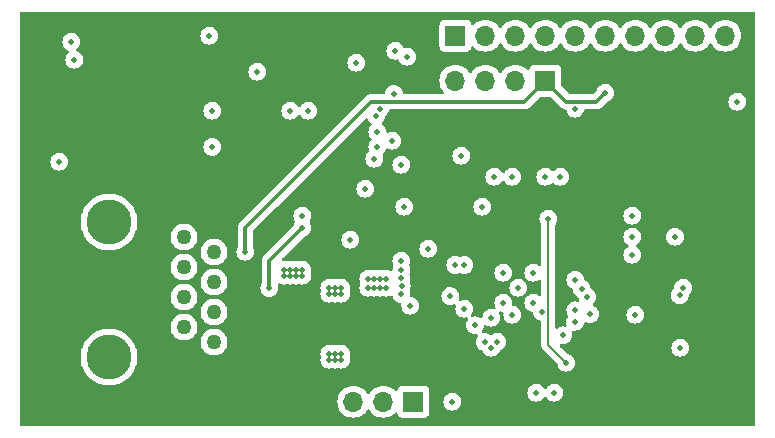
<source format=gbr>
%TF.GenerationSoftware,KiCad,Pcbnew,8.0.2*%
%TF.CreationDate,2024-05-12T14:55:06-05:00*%
%TF.ProjectId,GP2040-RE,47503230-3430-42d5-9245-2e6b69636164,rev?*%
%TF.SameCoordinates,Original*%
%TF.FileFunction,Copper,L3,Inr*%
%TF.FilePolarity,Positive*%
%FSLAX46Y46*%
G04 Gerber Fmt 4.6, Leading zero omitted, Abs format (unit mm)*
G04 Created by KiCad (PCBNEW 8.0.2) date 2024-05-12 14:55:06*
%MOMM*%
%LPD*%
G01*
G04 APERTURE LIST*
%TA.AperFunction,ComponentPad*%
%ADD10R,1.700000X1.700000*%
%TD*%
%TA.AperFunction,ComponentPad*%
%ADD11O,1.700000X1.700000*%
%TD*%
%TA.AperFunction,ComponentPad*%
%ADD12C,1.270000*%
%TD*%
%TA.AperFunction,ComponentPad*%
%ADD13C,3.810000*%
%TD*%
%TA.AperFunction,ViaPad*%
%ADD14C,0.508000*%
%TD*%
%TA.AperFunction,Conductor*%
%ADD15C,0.177800*%
%TD*%
%TA.AperFunction,Conductor*%
%ADD16C,0.300000*%
%TD*%
G04 APERTURE END LIST*
D10*
%TO.N,VBUS*%
%TO.C,J4*%
X82042000Y-54356000D03*
D11*
%TO.N,/D-*%
X79502000Y-54356000D03*
%TO.N,/D+*%
X76962000Y-54356000D03*
%TO.N,GND*%
X74422000Y-54356000D03*
%TD*%
D10*
%TO.N,GND*%
%TO.C,J8*%
X74427000Y-50546000D03*
D11*
%TO.N,Net-(J8-Pin_2)*%
X76967000Y-50546000D03*
%TO.N,unconnected-(J8-Pin_3-Pad3)*%
X79507000Y-50546000D03*
%TO.N,/OCS*%
X82047000Y-50546000D03*
%TO.N,/RESET*%
X84587000Y-50546000D03*
%TO.N,/Data_Command*%
X87127000Y-50546000D03*
%TO.N,/SPI1_SCK*%
X89667000Y-50546000D03*
%TO.N,/SPI1_TX_MOSI*%
X92207000Y-50546000D03*
%TO.N,/SPI1_RX_MISO*%
X94747000Y-50546000D03*
%TO.N,unconnected-(J8-Pin_10-Pad10)*%
X97287000Y-50546000D03*
%TD*%
D12*
%TO.N,GND*%
%TO.C,J7*%
X51447700Y-67589300D03*
%TO.N,/OrangeSolid*%
X53987700Y-68859300D03*
%TO.N,/GreenStripe*%
X51447700Y-70129300D03*
%TO.N,/BlueSolid*%
X53987700Y-71399300D03*
%TO.N,/BlueStripe*%
X51447700Y-72669300D03*
%TO.N,/GreenSolid*%
X53987700Y-73939300D03*
%TO.N,/BrownStripe*%
X51447700Y-75209300D03*
%TO.N,/BrownSolid*%
X53987700Y-76479300D03*
D13*
%TO.N,N/C*%
X45097700Y-66319300D03*
X45097700Y-77749300D03*
%TD*%
D10*
%TO.N,/UART_RX*%
%TO.C,J5*%
X70866000Y-81534000D03*
D11*
%TO.N,/UART_TX*%
X68326000Y-81534000D03*
%TO.N,GND*%
X65786000Y-81534000D03*
%TD*%
D14*
%TO.N,GND*%
X41910000Y-51054000D03*
X79248000Y-62484000D03*
X60960000Y-70866000D03*
X61468000Y-65786000D03*
X63754000Y-72390000D03*
X42164000Y-52578000D03*
X82042000Y-62484000D03*
X79756000Y-71882000D03*
X64770000Y-72390000D03*
X64262000Y-77470000D03*
X89662000Y-74168000D03*
X67564000Y-71882000D03*
X59944000Y-70358000D03*
X70612000Y-73406000D03*
X61468000Y-70358000D03*
X64262000Y-71882000D03*
X72136000Y-68580000D03*
X60452000Y-70358000D03*
X89408000Y-69088000D03*
X64770000Y-77978000D03*
X64770000Y-71882000D03*
X65532000Y-67818000D03*
X61468000Y-70866000D03*
X89408000Y-67564000D03*
X83312000Y-62484000D03*
X68072000Y-71882000D03*
X66040000Y-52832000D03*
X78486000Y-70612000D03*
X60960000Y-70358000D03*
X67056000Y-71120000D03*
X64770000Y-77470000D03*
X70104000Y-65024000D03*
X67564000Y-71120000D03*
X81026000Y-73152000D03*
X79248000Y-74168000D03*
X78486000Y-73152000D03*
X74930000Y-60706000D03*
X98298000Y-56134000D03*
X63754000Y-77470000D03*
X89408000Y-65786000D03*
X68072000Y-71120000D03*
X40894000Y-61214000D03*
X63754000Y-71882000D03*
X74168000Y-81534000D03*
X81280000Y-80772000D03*
X68580000Y-71120000D03*
X67056000Y-71882000D03*
X60452000Y-70866000D03*
X64262000Y-72390000D03*
X64262000Y-77978000D03*
X68580000Y-71882000D03*
X77724000Y-62484000D03*
X82804000Y-80772000D03*
X81026000Y-70612000D03*
X57658000Y-53594000D03*
X59944000Y-70866000D03*
X63754000Y-77978000D03*
%TO.N,+3.3V*%
X86868000Y-70104000D03*
X80010000Y-77216000D03*
X42418000Y-54610000D03*
X92710000Y-54864000D03*
X73152000Y-69850000D03*
X78994000Y-66040000D03*
X74930000Y-62230000D03*
X67818000Y-52070000D03*
X86868000Y-75184000D03*
X74168000Y-77978000D03*
X73152000Y-74168000D03*
X71120000Y-75946000D03*
X59690000Y-51816000D03*
X65532000Y-60960000D03*
X66802000Y-65786000D03*
X57658000Y-55626000D03*
X64770000Y-55626000D03*
%TO.N,+1V1*%
X76708000Y-65024000D03*
X82296000Y-66040000D03*
X83820000Y-78232000D03*
%TO.N,/BrownSolid*%
X73991396Y-72602699D03*
%TO.N,/InputVoltage*%
X58674000Y-71920000D03*
X61468000Y-66802000D03*
%TO.N,VBUS*%
X87122000Y-55372000D03*
X56642000Y-68834000D03*
%TO.N,/SDA_0*%
X61976000Y-56896000D03*
X83566000Y-75914800D03*
%TO.N,/SCL_0*%
X60452000Y-56896000D03*
X93002100Y-67564000D03*
%TO.N,/GreenStripe*%
X69850000Y-69596000D03*
%TO.N,/GreenSolid*%
X69877187Y-71750776D03*
%TO.N,/BlueStripe*%
X69844774Y-71063538D03*
%TO.N,/BlueSolid*%
X69862809Y-70345191D03*
%TO.N,/BrownStripe*%
X69849954Y-72436037D03*
%TO.N,/D2_gpio*%
X67818000Y-59944000D03*
X85600553Y-72651877D03*
%TO.N,/D0_gpio*%
X84582000Y-73802700D03*
X67727497Y-57324862D03*
%TO.N,/D1_gpio*%
X68042725Y-56715800D03*
X85852000Y-74142600D03*
%TO.N,/CLK_gpio*%
X84563807Y-74764900D03*
X69210999Y-55486300D03*
%TO.N,/D3_gpio*%
X85120623Y-71961299D03*
X69088000Y-59436000D03*
%TO.N,/CMD_gpio*%
X81775300Y-73914000D03*
X67818000Y-58674000D03*
%TO.N,/CD_gpio*%
X53848000Y-56896000D03*
X84582000Y-71221600D03*
X53594000Y-50546000D03*
X53848000Y-59956700D03*
X67564000Y-60960000D03*
%TO.N,/OCS*%
X77978000Y-76454000D03*
%TO.N,/Data_Command*%
X76936600Y-76477064D03*
%TO.N,/SPI1_RX_MISO*%
X75184000Y-73660000D03*
%TO.N,/SPI1_SCK*%
X77470000Y-74422000D03*
%TO.N,/SPI1_TX_MOSI*%
X76085809Y-75069809D03*
%TO.N,/RESET*%
X77470000Y-76962000D03*
%TO.N,/5V_EN*%
X66802000Y-63500000D03*
X84582000Y-56715800D03*
%TO.N,Net-(R1-Pad1)*%
X69850000Y-61468000D03*
X93472000Y-76962000D03*
%TO.N,/SCL_1*%
X69342000Y-51816000D03*
X93713300Y-71882000D03*
%TO.N,/SDA_1*%
X70358000Y-52324000D03*
X93419052Y-72501470D03*
%TO.N,/UART_TX*%
X74422000Y-69961300D03*
%TO.N,/UART_RX*%
X75184000Y-69961300D03*
%TD*%
D15*
%TO.N,+1V1*%
X83820000Y-78232000D02*
X82296000Y-76708000D01*
X82296000Y-76708000D02*
X82296000Y-66040000D01*
D16*
%TO.N,/InputVoltage*%
X58674000Y-71920000D02*
X58674000Y-69596000D01*
X58674000Y-69596000D02*
X61468000Y-66802000D01*
%TO.N,VBUS*%
X82042000Y-54356000D02*
X83820000Y-56134000D01*
X67310000Y-56134000D02*
X80264000Y-56134000D01*
X83820000Y-56134000D02*
X86360000Y-56134000D01*
X56642000Y-68834000D02*
X56642000Y-66802000D01*
X56642000Y-66802000D02*
X67310000Y-56134000D01*
X86360000Y-56134000D02*
X87122000Y-55372000D01*
X80264000Y-56134000D02*
X82042000Y-54356000D01*
%TD*%
%TA.AperFunction,Conductor*%
%TO.N,+3.3V*%
G36*
X99772539Y-48526185D02*
G01*
X99818294Y-48578989D01*
X99829500Y-48630500D01*
X99829500Y-83449500D01*
X99809815Y-83516539D01*
X99757011Y-83562294D01*
X99705500Y-83573500D01*
X37708500Y-83573500D01*
X37641461Y-83553815D01*
X37595706Y-83501011D01*
X37584500Y-83449500D01*
X37584500Y-81533999D01*
X64430341Y-81533999D01*
X64430341Y-81534000D01*
X64450936Y-81769403D01*
X64450938Y-81769413D01*
X64512094Y-81997655D01*
X64512096Y-81997659D01*
X64512097Y-81997663D01*
X64572699Y-82127623D01*
X64611965Y-82211830D01*
X64611967Y-82211834D01*
X64720281Y-82366521D01*
X64747505Y-82405401D01*
X64914599Y-82572495D01*
X65011384Y-82640265D01*
X65108165Y-82708032D01*
X65108167Y-82708033D01*
X65108170Y-82708035D01*
X65322337Y-82807903D01*
X65550592Y-82869063D01*
X65727034Y-82884500D01*
X65785999Y-82889659D01*
X65786000Y-82889659D01*
X65786001Y-82889659D01*
X65844966Y-82884500D01*
X66021408Y-82869063D01*
X66249663Y-82807903D01*
X66463830Y-82708035D01*
X66657401Y-82572495D01*
X66824495Y-82405401D01*
X66954425Y-82219842D01*
X67009002Y-82176217D01*
X67078500Y-82169023D01*
X67140855Y-82200546D01*
X67157575Y-82219842D01*
X67287500Y-82405395D01*
X67287505Y-82405401D01*
X67454599Y-82572495D01*
X67551384Y-82640265D01*
X67648165Y-82708032D01*
X67648167Y-82708033D01*
X67648170Y-82708035D01*
X67862337Y-82807903D01*
X68090592Y-82869063D01*
X68267034Y-82884500D01*
X68325999Y-82889659D01*
X68326000Y-82889659D01*
X68326001Y-82889659D01*
X68384966Y-82884500D01*
X68561408Y-82869063D01*
X68789663Y-82807903D01*
X69003830Y-82708035D01*
X69197401Y-82572495D01*
X69319329Y-82450566D01*
X69380648Y-82417084D01*
X69450340Y-82422068D01*
X69506274Y-82463939D01*
X69523189Y-82494917D01*
X69572202Y-82626328D01*
X69572206Y-82626335D01*
X69658452Y-82741544D01*
X69658455Y-82741547D01*
X69773664Y-82827793D01*
X69773671Y-82827797D01*
X69908517Y-82878091D01*
X69908516Y-82878091D01*
X69915444Y-82878835D01*
X69968127Y-82884500D01*
X71763872Y-82884499D01*
X71823483Y-82878091D01*
X71958331Y-82827796D01*
X72073546Y-82741546D01*
X72159796Y-82626331D01*
X72210091Y-82491483D01*
X72216500Y-82431873D01*
X72216499Y-81533997D01*
X73408726Y-81533997D01*
X73408726Y-81534002D01*
X73427761Y-81702951D01*
X73470437Y-81824912D01*
X73483918Y-81863437D01*
X73574376Y-82007400D01*
X73694600Y-82127624D01*
X73838563Y-82218082D01*
X73960521Y-82260756D01*
X73999048Y-82274238D01*
X74167997Y-82293274D01*
X74168000Y-82293274D01*
X74168003Y-82293274D01*
X74336951Y-82274238D01*
X74336954Y-82274237D01*
X74497437Y-82218082D01*
X74641400Y-82127624D01*
X74761624Y-82007400D01*
X74852082Y-81863437D01*
X74908237Y-81702954D01*
X74908237Y-81702953D01*
X74908238Y-81702951D01*
X74927274Y-81534002D01*
X74927274Y-81533997D01*
X74908238Y-81365048D01*
X74866371Y-81245400D01*
X74852082Y-81204563D01*
X74761624Y-81060600D01*
X74641400Y-80940376D01*
X74560169Y-80889335D01*
X74497439Y-80849919D01*
X74497438Y-80849918D01*
X74497437Y-80849918D01*
X74458912Y-80836437D01*
X74336951Y-80793761D01*
X74168003Y-80774726D01*
X74167997Y-80774726D01*
X73999048Y-80793761D01*
X73838560Y-80849919D01*
X73694599Y-80940376D01*
X73574376Y-81060599D01*
X73483919Y-81204560D01*
X73427761Y-81365048D01*
X73408726Y-81533997D01*
X72216499Y-81533997D01*
X72216499Y-80771997D01*
X80520726Y-80771997D01*
X80520726Y-80772002D01*
X80539761Y-80940951D01*
X80581628Y-81060599D01*
X80594798Y-81098237D01*
X80595919Y-81101439D01*
X80660716Y-81204563D01*
X80686376Y-81245400D01*
X80806600Y-81365624D01*
X80950563Y-81456082D01*
X81072521Y-81498756D01*
X81111048Y-81512238D01*
X81279997Y-81531274D01*
X81280000Y-81531274D01*
X81280003Y-81531274D01*
X81448951Y-81512238D01*
X81448954Y-81512237D01*
X81609437Y-81456082D01*
X81753400Y-81365624D01*
X81873624Y-81245400D01*
X81937006Y-81144527D01*
X81989341Y-81098237D01*
X82058394Y-81087589D01*
X82122243Y-81115964D01*
X82146993Y-81144527D01*
X82210376Y-81245400D01*
X82330600Y-81365624D01*
X82474563Y-81456082D01*
X82596521Y-81498756D01*
X82635048Y-81512238D01*
X82803997Y-81531274D01*
X82804000Y-81531274D01*
X82804003Y-81531274D01*
X82972951Y-81512238D01*
X82972954Y-81512237D01*
X83133437Y-81456082D01*
X83277400Y-81365624D01*
X83397624Y-81245400D01*
X83488082Y-81101437D01*
X83544237Y-80940954D01*
X83544237Y-80940953D01*
X83544238Y-80940951D01*
X83563274Y-80772002D01*
X83563274Y-80771997D01*
X83544238Y-80603048D01*
X83506607Y-80495505D01*
X83488082Y-80442563D01*
X83397624Y-80298600D01*
X83277400Y-80178376D01*
X83239879Y-80154800D01*
X83133439Y-80087919D01*
X83133438Y-80087918D01*
X83133437Y-80087918D01*
X83094912Y-80074437D01*
X82972951Y-80031761D01*
X82804003Y-80012726D01*
X82803997Y-80012726D01*
X82635048Y-80031761D01*
X82474560Y-80087919D01*
X82330599Y-80178376D01*
X82210374Y-80298601D01*
X82146993Y-80399472D01*
X82094659Y-80445762D01*
X82025605Y-80456410D01*
X81961757Y-80428035D01*
X81937007Y-80399472D01*
X81873625Y-80298601D01*
X81753400Y-80178376D01*
X81609439Y-80087919D01*
X81609438Y-80087918D01*
X81609437Y-80087918D01*
X81570912Y-80074437D01*
X81448951Y-80031761D01*
X81280003Y-80012726D01*
X81279997Y-80012726D01*
X81111048Y-80031761D01*
X80950560Y-80087919D01*
X80806599Y-80178376D01*
X80686376Y-80298599D01*
X80595919Y-80442560D01*
X80539761Y-80603048D01*
X80520726Y-80771997D01*
X72216499Y-80771997D01*
X72216499Y-80636128D01*
X72210091Y-80576517D01*
X72208810Y-80573083D01*
X72159797Y-80441671D01*
X72159793Y-80441664D01*
X72073547Y-80326455D01*
X72073544Y-80326452D01*
X71958335Y-80240206D01*
X71958328Y-80240202D01*
X71823482Y-80189908D01*
X71823483Y-80189908D01*
X71763883Y-80183501D01*
X71763881Y-80183500D01*
X71763873Y-80183500D01*
X71763864Y-80183500D01*
X69968129Y-80183500D01*
X69968123Y-80183501D01*
X69908516Y-80189908D01*
X69773671Y-80240202D01*
X69773664Y-80240206D01*
X69658455Y-80326452D01*
X69658452Y-80326455D01*
X69572206Y-80441664D01*
X69572203Y-80441669D01*
X69523189Y-80573083D01*
X69481317Y-80629016D01*
X69415853Y-80653433D01*
X69347580Y-80638581D01*
X69319326Y-80617430D01*
X69197402Y-80495506D01*
X69197395Y-80495501D01*
X69003834Y-80359967D01*
X69003830Y-80359965D01*
X69003828Y-80359964D01*
X68789663Y-80260097D01*
X68789659Y-80260096D01*
X68789655Y-80260094D01*
X68561413Y-80198938D01*
X68561403Y-80198936D01*
X68326001Y-80178341D01*
X68325999Y-80178341D01*
X68090596Y-80198936D01*
X68090586Y-80198938D01*
X67862344Y-80260094D01*
X67862335Y-80260098D01*
X67648171Y-80359964D01*
X67648169Y-80359965D01*
X67454597Y-80495505D01*
X67287505Y-80662597D01*
X67157575Y-80848158D01*
X67102998Y-80891783D01*
X67033500Y-80898977D01*
X66971145Y-80867454D01*
X66954425Y-80848158D01*
X66824494Y-80662597D01*
X66657402Y-80495506D01*
X66657395Y-80495501D01*
X66463834Y-80359967D01*
X66463830Y-80359965D01*
X66463828Y-80359964D01*
X66249663Y-80260097D01*
X66249659Y-80260096D01*
X66249655Y-80260094D01*
X66021413Y-80198938D01*
X66021403Y-80198936D01*
X65786001Y-80178341D01*
X65785999Y-80178341D01*
X65550596Y-80198936D01*
X65550586Y-80198938D01*
X65322344Y-80260094D01*
X65322335Y-80260098D01*
X65108171Y-80359964D01*
X65108169Y-80359965D01*
X64914597Y-80495505D01*
X64747505Y-80662597D01*
X64611965Y-80856169D01*
X64611964Y-80856171D01*
X64512098Y-81070335D01*
X64512094Y-81070344D01*
X64450938Y-81298586D01*
X64450936Y-81298596D01*
X64430341Y-81533999D01*
X37584500Y-81533999D01*
X37584500Y-77749294D01*
X42687444Y-77749294D01*
X42687444Y-77749305D01*
X42706448Y-78051374D01*
X42706449Y-78051381D01*
X42706450Y-78051385D01*
X42756869Y-78315693D01*
X42763168Y-78348710D01*
X42832288Y-78561439D01*
X42856701Y-78636574D01*
X42985577Y-78910450D01*
X42985579Y-78910453D01*
X42985580Y-78910455D01*
X43147758Y-79166008D01*
X43147761Y-79166012D01*
X43147762Y-79166013D01*
X43340699Y-79399234D01*
X43561343Y-79606432D01*
X43561353Y-79606440D01*
X43806208Y-79784338D01*
X43806213Y-79784340D01*
X43806220Y-79784346D01*
X44071463Y-79930165D01*
X44071468Y-79930167D01*
X44071470Y-79930168D01*
X44071471Y-79930169D01*
X44352886Y-80041589D01*
X44352889Y-80041590D01*
X44646059Y-80116863D01*
X44646063Y-80116864D01*
X44709060Y-80124822D01*
X44946347Y-80154799D01*
X44946356Y-80154799D01*
X44946359Y-80154800D01*
X44946361Y-80154800D01*
X45249039Y-80154800D01*
X45249041Y-80154800D01*
X45249044Y-80154799D01*
X45249052Y-80154799D01*
X45428239Y-80132162D01*
X45549337Y-80116864D01*
X45842510Y-80041590D01*
X45842513Y-80041589D01*
X46123928Y-79930169D01*
X46123929Y-79930168D01*
X46123927Y-79930168D01*
X46123937Y-79930165D01*
X46389180Y-79784346D01*
X46634055Y-79606434D01*
X46854701Y-79399234D01*
X47047638Y-79166013D01*
X47209823Y-78910450D01*
X47338699Y-78636574D01*
X47432233Y-78348706D01*
X47488950Y-78051385D01*
X47493567Y-77978000D01*
X47507956Y-77749305D01*
X47507956Y-77749294D01*
X47488951Y-77447225D01*
X47488950Y-77447218D01*
X47488950Y-77447215D01*
X47432233Y-77149894D01*
X47338699Y-76862026D01*
X47209823Y-76588150D01*
X47140744Y-76479299D01*
X52847335Y-76479299D01*
X52847335Y-76479300D01*
X52866751Y-76688837D01*
X52866751Y-76688839D01*
X52866752Y-76688842D01*
X52916027Y-76862026D01*
X52924342Y-76891250D01*
X53018142Y-77079625D01*
X53144961Y-77247560D01*
X53300476Y-77389330D01*
X53300478Y-77389332D01*
X53479392Y-77500111D01*
X53479398Y-77500114D01*
X53520968Y-77516218D01*
X53675624Y-77576132D01*
X53882480Y-77614800D01*
X53882482Y-77614800D01*
X54092918Y-77614800D01*
X54092920Y-77614800D01*
X54299776Y-77576132D01*
X54496004Y-77500113D01*
X54544643Y-77469997D01*
X62994726Y-77469997D01*
X62994726Y-77470002D01*
X63013762Y-77638951D01*
X63029191Y-77683048D01*
X63032751Y-77752827D01*
X63029191Y-77764952D01*
X63013762Y-77809048D01*
X62994726Y-77977997D01*
X62994726Y-77978002D01*
X63013761Y-78146951D01*
X63069919Y-78307439D01*
X63102196Y-78358807D01*
X63160376Y-78451400D01*
X63280600Y-78571624D01*
X63424563Y-78662082D01*
X63530770Y-78699245D01*
X63585048Y-78718238D01*
X63753997Y-78737274D01*
X63754000Y-78737274D01*
X63754003Y-78737274D01*
X63922949Y-78718238D01*
X63922950Y-78718237D01*
X63922954Y-78718237D01*
X63967047Y-78702807D01*
X64036822Y-78699245D01*
X64048935Y-78702801D01*
X64093046Y-78718237D01*
X64093047Y-78718237D01*
X64093050Y-78718238D01*
X64261997Y-78737274D01*
X64262000Y-78737274D01*
X64262003Y-78737274D01*
X64430949Y-78718238D01*
X64430950Y-78718237D01*
X64430954Y-78718237D01*
X64475047Y-78702807D01*
X64544822Y-78699245D01*
X64556935Y-78702801D01*
X64601046Y-78718237D01*
X64601047Y-78718237D01*
X64601050Y-78718238D01*
X64769997Y-78737274D01*
X64770000Y-78737274D01*
X64770003Y-78737274D01*
X64938951Y-78718238D01*
X64938954Y-78718237D01*
X65099437Y-78662082D01*
X65243400Y-78571624D01*
X65363624Y-78451400D01*
X65454082Y-78307437D01*
X65510237Y-78146954D01*
X65510237Y-78146953D01*
X65510238Y-78146951D01*
X65529274Y-77978002D01*
X65529274Y-77977997D01*
X65510238Y-77809050D01*
X65510237Y-77809046D01*
X65494807Y-77764952D01*
X65491245Y-77695178D01*
X65494801Y-77683064D01*
X65510237Y-77638954D01*
X65510303Y-77638376D01*
X65529274Y-77470002D01*
X65529274Y-77469997D01*
X65510238Y-77301048D01*
X65496756Y-77262521D01*
X65454082Y-77140563D01*
X65363624Y-76996600D01*
X65243400Y-76876376D01*
X65127075Y-76803284D01*
X65099439Y-76785919D01*
X65099438Y-76785918D01*
X65099437Y-76785918D01*
X65060912Y-76772437D01*
X64938951Y-76729761D01*
X64770003Y-76710726D01*
X64769997Y-76710726D01*
X64601048Y-76729762D01*
X64556952Y-76745191D01*
X64487173Y-76748751D01*
X64475048Y-76745191D01*
X64430951Y-76729762D01*
X64262003Y-76710726D01*
X64261997Y-76710726D01*
X64093048Y-76729762D01*
X64048952Y-76745191D01*
X63979173Y-76748751D01*
X63967048Y-76745191D01*
X63922951Y-76729762D01*
X63754003Y-76710726D01*
X63753997Y-76710726D01*
X63585048Y-76729761D01*
X63424560Y-76785919D01*
X63280599Y-76876376D01*
X63160376Y-76996599D01*
X63069919Y-77140560D01*
X63013761Y-77301048D01*
X62994726Y-77469997D01*
X54544643Y-77469997D01*
X54674923Y-77389331D01*
X54830440Y-77247559D01*
X54957258Y-77079625D01*
X55051059Y-76891247D01*
X55108648Y-76688842D01*
X55128065Y-76479300D01*
X55108648Y-76269758D01*
X55051059Y-76067353D01*
X54957258Y-75878975D01*
X54830440Y-75711041D01*
X54674923Y-75569269D01*
X54674921Y-75569267D01*
X54496007Y-75458488D01*
X54496001Y-75458485D01*
X54341348Y-75398573D01*
X54299776Y-75382468D01*
X54092920Y-75343800D01*
X53882480Y-75343800D01*
X53675624Y-75382468D01*
X53675621Y-75382468D01*
X53675621Y-75382469D01*
X53479398Y-75458485D01*
X53479392Y-75458488D01*
X53300478Y-75569267D01*
X53300476Y-75569269D01*
X53144961Y-75711039D01*
X53018142Y-75878974D01*
X52924342Y-76067349D01*
X52866751Y-76269762D01*
X52847335Y-76479299D01*
X47140744Y-76479299D01*
X47082931Y-76388200D01*
X47047641Y-76332591D01*
X47047638Y-76332587D01*
X46854701Y-76099366D01*
X46634055Y-75892166D01*
X46634052Y-75892164D01*
X46634046Y-75892159D01*
X46389191Y-75714261D01*
X46389184Y-75714256D01*
X46389180Y-75714254D01*
X46123937Y-75568435D01*
X46123934Y-75568433D01*
X46123929Y-75568431D01*
X46123928Y-75568430D01*
X45842513Y-75457010D01*
X45842510Y-75457009D01*
X45549340Y-75381736D01*
X45549327Y-75381734D01*
X45249052Y-75343800D01*
X45249041Y-75343800D01*
X44946359Y-75343800D01*
X44946347Y-75343800D01*
X44646072Y-75381734D01*
X44646059Y-75381736D01*
X44352889Y-75457009D01*
X44352886Y-75457010D01*
X44071471Y-75568430D01*
X44071470Y-75568431D01*
X43806220Y-75714254D01*
X43806208Y-75714261D01*
X43561353Y-75892159D01*
X43561343Y-75892167D01*
X43374789Y-76067353D01*
X43340699Y-76099366D01*
X43324183Y-76119331D01*
X43147758Y-76332591D01*
X42985580Y-76588144D01*
X42985577Y-76588148D01*
X42985577Y-76588150D01*
X42954102Y-76655038D01*
X42856700Y-76862028D01*
X42763168Y-77149889D01*
X42706449Y-77447218D01*
X42706448Y-77447225D01*
X42687444Y-77749294D01*
X37584500Y-77749294D01*
X37584500Y-75209299D01*
X50307335Y-75209299D01*
X50307335Y-75209300D01*
X50326751Y-75418837D01*
X50326751Y-75418839D01*
X50326752Y-75418842D01*
X50384341Y-75621247D01*
X50384342Y-75621250D01*
X50434207Y-75721391D01*
X50478142Y-75809625D01*
X50604960Y-75977559D01*
X50721447Y-76083751D01*
X50760476Y-76119330D01*
X50760478Y-76119332D01*
X50939392Y-76230111D01*
X50939398Y-76230114D01*
X50975854Y-76244237D01*
X51135624Y-76306132D01*
X51342480Y-76344800D01*
X51342482Y-76344800D01*
X51552918Y-76344800D01*
X51552920Y-76344800D01*
X51759776Y-76306132D01*
X51956004Y-76230113D01*
X52134923Y-76119331D01*
X52290440Y-75977559D01*
X52417258Y-75809625D01*
X52511059Y-75621247D01*
X52568648Y-75418842D01*
X52588065Y-75209300D01*
X52568648Y-74999758D01*
X52511059Y-74797353D01*
X52417258Y-74608975D01*
X52290440Y-74441041D01*
X52278383Y-74430050D01*
X52134923Y-74299269D01*
X52134921Y-74299267D01*
X51956007Y-74188488D01*
X51956001Y-74188485D01*
X51801348Y-74128573D01*
X51759776Y-74112468D01*
X51552920Y-74073800D01*
X51342480Y-74073800D01*
X51135624Y-74112468D01*
X51135621Y-74112468D01*
X51135621Y-74112469D01*
X50939398Y-74188485D01*
X50939392Y-74188488D01*
X50760478Y-74299267D01*
X50760476Y-74299269D01*
X50604961Y-74441039D01*
X50478142Y-74608974D01*
X50384342Y-74797349D01*
X50326751Y-74999762D01*
X50307335Y-75209299D01*
X37584500Y-75209299D01*
X37584500Y-73939299D01*
X52847335Y-73939299D01*
X52847335Y-73939300D01*
X52866751Y-74148837D01*
X52866751Y-74148839D01*
X52866752Y-74148842D01*
X52924341Y-74351247D01*
X52924342Y-74351250D01*
X52983163Y-74469377D01*
X53018142Y-74539625D01*
X53113223Y-74665533D01*
X53144961Y-74707560D01*
X53300476Y-74849330D01*
X53300478Y-74849332D01*
X53479392Y-74960111D01*
X53479398Y-74960114D01*
X53520968Y-74976218D01*
X53675624Y-75036132D01*
X53882480Y-75074800D01*
X53882482Y-75074800D01*
X54092918Y-75074800D01*
X54092920Y-75074800D01*
X54299776Y-75036132D01*
X54496004Y-74960113D01*
X54674923Y-74849331D01*
X54830440Y-74707559D01*
X54957258Y-74539625D01*
X55051059Y-74351247D01*
X55108648Y-74148842D01*
X55128065Y-73939300D01*
X55108648Y-73729758D01*
X55051059Y-73527353D01*
X54957258Y-73338975D01*
X54830440Y-73171041D01*
X54724078Y-73074080D01*
X54674923Y-73029269D01*
X54674921Y-73029267D01*
X54496007Y-72918488D01*
X54496001Y-72918485D01*
X54341348Y-72858573D01*
X54299776Y-72842468D01*
X54092920Y-72803800D01*
X53882480Y-72803800D01*
X53675624Y-72842468D01*
X53675621Y-72842468D01*
X53675621Y-72842469D01*
X53479398Y-72918485D01*
X53479392Y-72918488D01*
X53300478Y-73029267D01*
X53300476Y-73029269D01*
X53144961Y-73171039D01*
X53018142Y-73338974D01*
X52924342Y-73527349D01*
X52924341Y-73527353D01*
X52883983Y-73669199D01*
X52866751Y-73729762D01*
X52847335Y-73939299D01*
X37584500Y-73939299D01*
X37584500Y-72669299D01*
X50307335Y-72669299D01*
X50307335Y-72669300D01*
X50326751Y-72878837D01*
X50326751Y-72878839D01*
X50326752Y-72878842D01*
X50383008Y-73076563D01*
X50384342Y-73081250D01*
X50464241Y-73241708D01*
X50478142Y-73269625D01*
X50597562Y-73427763D01*
X50604961Y-73437560D01*
X50760476Y-73579330D01*
X50760478Y-73579332D01*
X50939392Y-73690111D01*
X50939398Y-73690114D01*
X50980968Y-73706218D01*
X51135624Y-73766132D01*
X51342480Y-73804800D01*
X51342482Y-73804800D01*
X51552918Y-73804800D01*
X51552920Y-73804800D01*
X51759776Y-73766132D01*
X51956004Y-73690113D01*
X52134923Y-73579331D01*
X52290440Y-73437559D01*
X52417258Y-73269625D01*
X52511059Y-73081247D01*
X52568648Y-72878842D01*
X52588065Y-72669300D01*
X52568648Y-72459758D01*
X52511059Y-72257353D01*
X52417258Y-72068975D01*
X52290440Y-71901041D01*
X52261955Y-71875074D01*
X52134923Y-71759269D01*
X52134921Y-71759267D01*
X51956007Y-71648488D01*
X51956001Y-71648485D01*
X51797920Y-71587245D01*
X51759776Y-71572468D01*
X51552920Y-71533800D01*
X51342480Y-71533800D01*
X51135624Y-71572468D01*
X51135621Y-71572468D01*
X51135621Y-71572469D01*
X50939398Y-71648485D01*
X50939392Y-71648488D01*
X50760478Y-71759267D01*
X50760476Y-71759269D01*
X50604961Y-71901039D01*
X50478142Y-72068974D01*
X50384342Y-72257349D01*
X50326751Y-72459762D01*
X50307335Y-72669299D01*
X37584500Y-72669299D01*
X37584500Y-71399299D01*
X52847335Y-71399299D01*
X52847335Y-71399300D01*
X52866751Y-71608837D01*
X52866751Y-71608839D01*
X52866752Y-71608842D01*
X52909552Y-71759269D01*
X52924342Y-71811250D01*
X53018142Y-71999625D01*
X53116067Y-72129299D01*
X53144961Y-72167560D01*
X53193092Y-72211437D01*
X53254138Y-72267088D01*
X53300476Y-72309330D01*
X53300478Y-72309332D01*
X53479392Y-72420111D01*
X53479398Y-72420114D01*
X53514584Y-72433745D01*
X53675624Y-72496132D01*
X53882480Y-72534800D01*
X53882482Y-72534800D01*
X54092918Y-72534800D01*
X54092920Y-72534800D01*
X54299776Y-72496132D01*
X54496004Y-72420113D01*
X54674923Y-72309331D01*
X54830440Y-72167559D01*
X54957258Y-71999625D01*
X54996908Y-71919997D01*
X57914726Y-71919997D01*
X57914726Y-71920002D01*
X57933761Y-72088951D01*
X57989919Y-72249439D01*
X58035787Y-72322437D01*
X58080376Y-72393400D01*
X58200600Y-72513624D01*
X58344563Y-72604082D01*
X58462590Y-72645381D01*
X58505048Y-72660238D01*
X58673997Y-72679274D01*
X58674000Y-72679274D01*
X58674003Y-72679274D01*
X58842951Y-72660238D01*
X58842954Y-72660237D01*
X59003437Y-72604082D01*
X59147400Y-72513624D01*
X59267624Y-72393400D01*
X59358082Y-72249437D01*
X59414237Y-72088954D01*
X59414237Y-72088953D01*
X59414238Y-72088951D01*
X59433274Y-71920002D01*
X59433274Y-71919997D01*
X59428992Y-71881997D01*
X62994726Y-71881997D01*
X62994726Y-71882002D01*
X63013762Y-72050951D01*
X63029191Y-72095048D01*
X63032751Y-72164827D01*
X63029191Y-72176952D01*
X63013762Y-72221048D01*
X62994726Y-72389997D01*
X62994726Y-72390002D01*
X63013761Y-72558951D01*
X63069919Y-72719439D01*
X63147224Y-72842468D01*
X63160376Y-72863400D01*
X63280600Y-72983624D01*
X63424563Y-73074082D01*
X63530770Y-73111245D01*
X63585048Y-73130238D01*
X63753997Y-73149274D01*
X63754000Y-73149274D01*
X63754003Y-73149274D01*
X63922949Y-73130238D01*
X63922950Y-73130237D01*
X63922954Y-73130237D01*
X63967047Y-73114807D01*
X64036822Y-73111245D01*
X64048935Y-73114801D01*
X64093046Y-73130237D01*
X64093047Y-73130237D01*
X64093050Y-73130238D01*
X64261997Y-73149274D01*
X64262000Y-73149274D01*
X64262003Y-73149274D01*
X64430949Y-73130238D01*
X64430950Y-73130237D01*
X64430954Y-73130237D01*
X64475047Y-73114807D01*
X64544822Y-73111245D01*
X64556935Y-73114801D01*
X64601046Y-73130237D01*
X64601047Y-73130237D01*
X64601050Y-73130238D01*
X64769997Y-73149274D01*
X64770000Y-73149274D01*
X64770003Y-73149274D01*
X64938951Y-73130238D01*
X64953129Y-73125277D01*
X65099437Y-73074082D01*
X65243400Y-72983624D01*
X65363624Y-72863400D01*
X65454082Y-72719437D01*
X65510237Y-72558954D01*
X65510237Y-72558953D01*
X65510238Y-72558951D01*
X65529274Y-72390002D01*
X65529274Y-72389997D01*
X65510238Y-72221050D01*
X65506875Y-72211439D01*
X65494807Y-72176952D01*
X65491245Y-72107178D01*
X65494801Y-72095064D01*
X65510237Y-72050954D01*
X65512816Y-72028071D01*
X65529274Y-71882002D01*
X65529274Y-71881997D01*
X65510238Y-71713048D01*
X65487646Y-71648485D01*
X65454082Y-71552563D01*
X65363624Y-71408600D01*
X65243400Y-71288376D01*
X65154453Y-71232487D01*
X65099439Y-71197919D01*
X65099438Y-71197918D01*
X65099437Y-71197918D01*
X65052814Y-71181604D01*
X64938951Y-71141761D01*
X64770003Y-71122726D01*
X64769997Y-71122726D01*
X64601048Y-71141762D01*
X64556952Y-71157191D01*
X64487173Y-71160751D01*
X64475048Y-71157191D01*
X64430951Y-71141762D01*
X64262003Y-71122726D01*
X64261997Y-71122726D01*
X64093048Y-71141762D01*
X64048952Y-71157191D01*
X63979173Y-71160751D01*
X63967048Y-71157191D01*
X63922951Y-71141762D01*
X63754003Y-71122726D01*
X63753997Y-71122726D01*
X63585048Y-71141761D01*
X63424560Y-71197919D01*
X63280599Y-71288376D01*
X63160376Y-71408599D01*
X63069919Y-71552560D01*
X63013761Y-71713048D01*
X62994726Y-71881997D01*
X59428992Y-71881997D01*
X59418890Y-71792345D01*
X59414237Y-71751046D01*
X59384682Y-71666581D01*
X59381121Y-71596803D01*
X59415850Y-71536175D01*
X59477843Y-71503948D01*
X59547419Y-71510353D01*
X59567697Y-71520634D01*
X59614559Y-71550080D01*
X59614560Y-71550080D01*
X59614563Y-71550082D01*
X59705277Y-71581824D01*
X59775048Y-71606238D01*
X59943997Y-71625274D01*
X59944000Y-71625274D01*
X59944003Y-71625274D01*
X60112949Y-71606238D01*
X60112950Y-71606237D01*
X60112954Y-71606237D01*
X60157047Y-71590807D01*
X60226822Y-71587245D01*
X60238935Y-71590801D01*
X60283046Y-71606237D01*
X60283047Y-71606237D01*
X60283050Y-71606238D01*
X60451997Y-71625274D01*
X60452000Y-71625274D01*
X60452003Y-71625274D01*
X60620949Y-71606238D01*
X60620950Y-71606237D01*
X60620954Y-71606237D01*
X60665047Y-71590807D01*
X60734822Y-71587245D01*
X60746935Y-71590801D01*
X60791046Y-71606237D01*
X60791047Y-71606237D01*
X60791050Y-71606238D01*
X60959997Y-71625274D01*
X60960000Y-71625274D01*
X60960003Y-71625274D01*
X61128949Y-71606238D01*
X61128950Y-71606237D01*
X61128954Y-71606237D01*
X61173047Y-71590807D01*
X61242822Y-71587245D01*
X61254935Y-71590801D01*
X61299046Y-71606237D01*
X61299047Y-71606237D01*
X61299050Y-71606238D01*
X61467997Y-71625274D01*
X61468000Y-71625274D01*
X61468003Y-71625274D01*
X61636951Y-71606238D01*
X61636954Y-71606237D01*
X61797437Y-71550082D01*
X61941400Y-71459624D01*
X62061624Y-71339400D01*
X62152082Y-71195437D01*
X62178479Y-71119997D01*
X66296726Y-71119997D01*
X66296726Y-71120002D01*
X66315761Y-71288951D01*
X66374218Y-71456009D01*
X66372397Y-71456645D01*
X66382189Y-71516155D01*
X66373502Y-71545740D01*
X66374218Y-71545991D01*
X66315761Y-71713048D01*
X66296726Y-71881997D01*
X66296726Y-71882002D01*
X66315761Y-72050951D01*
X66371919Y-72211439D01*
X66441664Y-72322437D01*
X66462376Y-72355400D01*
X66582600Y-72475624D01*
X66726563Y-72566082D01*
X66848521Y-72608756D01*
X66887048Y-72622238D01*
X67055997Y-72641274D01*
X67056000Y-72641274D01*
X67056003Y-72641274D01*
X67224949Y-72622238D01*
X67224950Y-72622237D01*
X67224954Y-72622237D01*
X67269047Y-72606807D01*
X67338822Y-72603245D01*
X67350935Y-72606801D01*
X67395046Y-72622237D01*
X67395047Y-72622237D01*
X67395050Y-72622238D01*
X67563997Y-72641274D01*
X67564000Y-72641274D01*
X67564003Y-72641274D01*
X67732949Y-72622238D01*
X67732950Y-72622237D01*
X67732954Y-72622237D01*
X67777047Y-72606807D01*
X67846822Y-72603245D01*
X67858935Y-72606801D01*
X67903046Y-72622237D01*
X67903047Y-72622237D01*
X67903050Y-72622238D01*
X68071997Y-72641274D01*
X68072000Y-72641274D01*
X68072003Y-72641274D01*
X68240949Y-72622238D01*
X68240950Y-72622237D01*
X68240954Y-72622237D01*
X68285047Y-72606807D01*
X68354822Y-72603245D01*
X68366935Y-72606801D01*
X68411046Y-72622237D01*
X68411047Y-72622237D01*
X68411050Y-72622238D01*
X68579997Y-72641274D01*
X68580000Y-72641274D01*
X68580003Y-72641274D01*
X68748951Y-72622238D01*
X68748954Y-72622237D01*
X68909437Y-72566082D01*
X68930798Y-72552659D01*
X68998033Y-72533658D01*
X69064869Y-72554024D01*
X69110085Y-72607291D01*
X69113809Y-72616685D01*
X69135474Y-72678600D01*
X69165872Y-72765475D01*
X69256330Y-72909437D01*
X69376554Y-73029661D01*
X69520517Y-73120119D01*
X69666039Y-73171039D01*
X69681003Y-73176275D01*
X69752911Y-73184377D01*
X69817325Y-73211443D01*
X69856880Y-73269038D01*
X69862248Y-73321480D01*
X69852726Y-73405995D01*
X69852726Y-73406002D01*
X69871761Y-73574951D01*
X69904740Y-73669199D01*
X69925932Y-73729762D01*
X69927919Y-73735439D01*
X69992716Y-73838563D01*
X70018376Y-73879400D01*
X70138600Y-73999624D01*
X70282563Y-74090082D01*
X70402750Y-74132137D01*
X70443048Y-74146238D01*
X70611997Y-74165274D01*
X70612000Y-74165274D01*
X70612003Y-74165274D01*
X70780951Y-74146238D01*
X70791348Y-74142600D01*
X70941437Y-74090082D01*
X71085400Y-73999624D01*
X71205624Y-73879400D01*
X71296082Y-73735437D01*
X71352237Y-73574954D01*
X71352237Y-73574953D01*
X71352238Y-73574951D01*
X71371274Y-73406002D01*
X71371274Y-73405997D01*
X71352238Y-73237048D01*
X71338756Y-73198521D01*
X71296082Y-73076563D01*
X71205624Y-72932600D01*
X71085400Y-72812376D01*
X70941437Y-72721918D01*
X70780954Y-72665763D01*
X70780953Y-72665762D01*
X70780951Y-72665762D01*
X70709040Y-72657659D01*
X70644627Y-72630592D01*
X70625469Y-72602696D01*
X73232122Y-72602696D01*
X73232122Y-72602701D01*
X73251157Y-72771650D01*
X73288664Y-72878837D01*
X73302538Y-72918488D01*
X73307315Y-72932138D01*
X73338216Y-72981316D01*
X73397772Y-73076099D01*
X73517996Y-73196323D01*
X73661959Y-73286781D01*
X73759621Y-73320954D01*
X73822444Y-73342937D01*
X73991393Y-73361973D01*
X73991396Y-73361973D01*
X73991399Y-73361973D01*
X74160350Y-73342936D01*
X74160352Y-73342936D01*
X74299322Y-73294308D01*
X74369101Y-73290746D01*
X74429728Y-73325474D01*
X74461956Y-73387468D01*
X74457319Y-73452303D01*
X74443762Y-73491047D01*
X74424726Y-73659997D01*
X74424726Y-73660002D01*
X74443761Y-73828951D01*
X74482374Y-73939299D01*
X74497906Y-73983688D01*
X74499919Y-73989439D01*
X74564716Y-74092563D01*
X74590376Y-74133400D01*
X74710600Y-74253624D01*
X74854563Y-74344082D01*
X74973581Y-74385728D01*
X75015048Y-74400238D01*
X75183997Y-74419274D01*
X75184000Y-74419274D01*
X75184003Y-74419274D01*
X75352951Y-74400238D01*
X75352954Y-74400237D01*
X75356800Y-74398890D01*
X75359447Y-74398755D01*
X75359744Y-74398688D01*
X75359755Y-74398739D01*
X75426578Y-74395325D01*
X75487208Y-74430050D01*
X75519439Y-74492041D01*
X75513039Y-74561617D01*
X75494715Y-74593236D01*
X75492186Y-74596407D01*
X75401728Y-74740369D01*
X75345570Y-74900857D01*
X75326535Y-75069806D01*
X75326535Y-75069811D01*
X75345570Y-75238760D01*
X75401728Y-75399248D01*
X75490626Y-75540728D01*
X75492185Y-75543209D01*
X75612409Y-75663433D01*
X75756372Y-75753891D01*
X75878330Y-75796565D01*
X75916857Y-75810047D01*
X76085806Y-75829083D01*
X76085809Y-75829083D01*
X76085811Y-75829083D01*
X76147371Y-75822146D01*
X76224754Y-75813427D01*
X76293576Y-75825481D01*
X76344955Y-75872830D01*
X76362580Y-75940440D01*
X76343632Y-76002619D01*
X76252519Y-76147624D01*
X76196361Y-76308112D01*
X76177326Y-76477061D01*
X76177326Y-76477066D01*
X76196361Y-76646015D01*
X76236079Y-76759521D01*
X76252518Y-76806501D01*
X76342976Y-76950464D01*
X76463200Y-77070688D01*
X76548351Y-77124192D01*
X76589255Y-77149894D01*
X76607163Y-77161146D01*
X76702543Y-77194520D01*
X76759318Y-77235242D01*
X76778629Y-77270606D01*
X76785918Y-77291438D01*
X76785919Y-77291439D01*
X76876376Y-77435400D01*
X76996600Y-77555624D01*
X77140563Y-77646082D01*
X77246207Y-77683048D01*
X77301048Y-77702238D01*
X77469997Y-77721274D01*
X77470000Y-77721274D01*
X77470003Y-77721274D01*
X77638951Y-77702238D01*
X77638954Y-77702237D01*
X77799437Y-77646082D01*
X77943400Y-77555624D01*
X78063624Y-77435400D01*
X78154082Y-77291437D01*
X78174110Y-77234198D01*
X78214831Y-77177422D01*
X78250199Y-77158110D01*
X78307437Y-77138082D01*
X78451400Y-77047624D01*
X78571624Y-76927400D01*
X78662082Y-76783437D01*
X78718237Y-76622954D01*
X78718237Y-76622953D01*
X78718238Y-76622951D01*
X78737274Y-76454002D01*
X78737274Y-76453997D01*
X78718238Y-76285048D01*
X78703957Y-76244237D01*
X78662082Y-76124563D01*
X78571624Y-75980600D01*
X78451400Y-75860376D01*
X78371302Y-75810047D01*
X78307439Y-75769919D01*
X78307438Y-75769918D01*
X78307437Y-75769918D01*
X78261634Y-75753891D01*
X78146951Y-75713761D01*
X77978003Y-75694726D01*
X77977997Y-75694726D01*
X77809048Y-75713761D01*
X77648560Y-75769919D01*
X77504919Y-75860175D01*
X77437682Y-75879175D01*
X77372975Y-75860175D01*
X77266039Y-75792983D01*
X77266038Y-75792982D01*
X77266037Y-75792982D01*
X77227512Y-75779501D01*
X77105551Y-75736825D01*
X76936603Y-75717790D01*
X76936596Y-75717790D01*
X76797653Y-75733445D01*
X76728832Y-75721391D01*
X76677452Y-75674041D01*
X76659828Y-75606431D01*
X76678777Y-75544252D01*
X76679431Y-75543210D01*
X76679433Y-75543209D01*
X76769891Y-75399246D01*
X76826046Y-75238763D01*
X76826046Y-75238761D01*
X76826047Y-75238759D01*
X76833659Y-75171199D01*
X76838706Y-75126399D01*
X76865772Y-75061987D01*
X76923366Y-75022432D01*
X76993203Y-75020293D01*
X77027898Y-75035290D01*
X77140563Y-75106082D01*
X77262521Y-75148756D01*
X77301048Y-75162238D01*
X77469997Y-75181274D01*
X77470000Y-75181274D01*
X77470003Y-75181274D01*
X77638951Y-75162238D01*
X77658133Y-75155526D01*
X77799437Y-75106082D01*
X77943400Y-75015624D01*
X78063624Y-74895400D01*
X78154082Y-74751437D01*
X78210237Y-74590954D01*
X78210237Y-74590953D01*
X78210238Y-74590951D01*
X78229274Y-74422002D01*
X78229274Y-74421997D01*
X78210238Y-74253048D01*
X78187646Y-74188485D01*
X78154082Y-74092563D01*
X78154080Y-74092560D01*
X78154080Y-74092559D01*
X78135344Y-74062741D01*
X78116343Y-73995504D01*
X78136710Y-73928669D01*
X78189978Y-73883454D01*
X78259234Y-73874216D01*
X78281292Y-73879727D01*
X78317045Y-73892237D01*
X78394034Y-73900912D01*
X78458448Y-73927978D01*
X78498003Y-73985573D01*
X78503371Y-74038015D01*
X78488726Y-74167996D01*
X78488726Y-74168002D01*
X78507761Y-74336951D01*
X78544184Y-74441041D01*
X78554099Y-74469377D01*
X78563919Y-74497439D01*
X78625815Y-74595946D01*
X78654376Y-74641400D01*
X78774600Y-74761624D01*
X78918563Y-74852082D01*
X79040521Y-74894756D01*
X79079048Y-74908238D01*
X79247997Y-74927274D01*
X79248000Y-74927274D01*
X79248003Y-74927274D01*
X79416951Y-74908238D01*
X79416954Y-74908237D01*
X79577437Y-74852082D01*
X79721400Y-74761624D01*
X79841624Y-74641400D01*
X79932082Y-74497437D01*
X79988237Y-74336954D01*
X79988237Y-74336953D01*
X79988238Y-74336951D01*
X80007274Y-74168002D01*
X80007274Y-74167997D01*
X79988238Y-73999048D01*
X79955370Y-73905118D01*
X79932082Y-73838563D01*
X79841624Y-73694600D01*
X79721400Y-73574376D01*
X79680976Y-73548976D01*
X79577439Y-73483919D01*
X79577438Y-73483918D01*
X79577437Y-73483918D01*
X79523942Y-73465199D01*
X79416950Y-73427761D01*
X79339964Y-73419087D01*
X79275550Y-73392020D01*
X79235995Y-73334425D01*
X79230628Y-73281983D01*
X79232021Y-73269625D01*
X79240875Y-73191039D01*
X79245274Y-73152002D01*
X79245274Y-73151997D01*
X79226238Y-72983048D01*
X79197432Y-72900726D01*
X79170082Y-72822563D01*
X79079624Y-72678600D01*
X78959400Y-72558376D01*
X78868830Y-72501467D01*
X78815439Y-72467919D01*
X78815438Y-72467918D01*
X78815437Y-72467918D01*
X78767365Y-72451097D01*
X78654951Y-72411761D01*
X78486003Y-72392726D01*
X78485997Y-72392726D01*
X78317048Y-72411761D01*
X78156560Y-72467919D01*
X78012599Y-72558376D01*
X77892376Y-72678599D01*
X77801919Y-72822560D01*
X77745761Y-72983048D01*
X77726726Y-73151997D01*
X77726726Y-73152002D01*
X77745761Y-73320951D01*
X77801919Y-73481439D01*
X77820656Y-73511259D01*
X77839656Y-73578496D01*
X77819288Y-73645331D01*
X77766020Y-73690545D01*
X77696764Y-73699782D01*
X77674709Y-73694273D01*
X77638954Y-73681762D01*
X77470003Y-73662726D01*
X77469997Y-73662726D01*
X77301048Y-73681761D01*
X77140560Y-73737919D01*
X76996599Y-73828376D01*
X76876376Y-73948599D01*
X76785919Y-74092560D01*
X76729761Y-74253048D01*
X76717102Y-74365408D01*
X76690035Y-74429822D01*
X76632440Y-74469377D01*
X76562603Y-74471514D01*
X76527910Y-74456518D01*
X76415248Y-74385728D01*
X76415247Y-74385727D01*
X76415246Y-74385727D01*
X76376721Y-74372246D01*
X76254760Y-74329570D01*
X76085812Y-74310535D01*
X76085806Y-74310535D01*
X75916855Y-74329571D01*
X75912995Y-74330922D01*
X75910344Y-74331057D01*
X75910065Y-74331121D01*
X75910053Y-74331071D01*
X75843216Y-74334480D01*
X75782590Y-74299748D01*
X75750366Y-74237753D01*
X75756775Y-74168178D01*
X75775103Y-74136560D01*
X75777617Y-74133406D01*
X75777624Y-74133400D01*
X75868082Y-73989437D01*
X75924237Y-73828954D01*
X75924237Y-73828953D01*
X75924238Y-73828951D01*
X75943274Y-73660002D01*
X75943274Y-73659997D01*
X75924238Y-73491048D01*
X75906592Y-73440619D01*
X75868082Y-73330563D01*
X75777624Y-73186600D01*
X75657400Y-73066376D01*
X75652205Y-73063112D01*
X75513439Y-72975919D01*
X75513438Y-72975918D01*
X75513437Y-72975918D01*
X75474912Y-72962437D01*
X75352951Y-72919761D01*
X75184003Y-72900726D01*
X75183997Y-72900726D01*
X75015047Y-72919762D01*
X74876072Y-72968391D01*
X74806293Y-72971952D01*
X74745666Y-72937223D01*
X74713439Y-72875229D01*
X74718076Y-72810394D01*
X74731633Y-72771653D01*
X74747527Y-72630592D01*
X74750670Y-72602701D01*
X74750670Y-72602696D01*
X74731634Y-72433747D01*
X74696212Y-72332518D01*
X74675478Y-72273262D01*
X74585020Y-72129299D01*
X74464796Y-72009075D01*
X74361887Y-71944413D01*
X74320835Y-71918618D01*
X74320834Y-71918617D01*
X74320833Y-71918617D01*
X74282308Y-71905136D01*
X74216181Y-71881997D01*
X78996726Y-71881997D01*
X78996726Y-71882002D01*
X79015761Y-72050951D01*
X79071919Y-72211439D01*
X79141664Y-72322437D01*
X79162376Y-72355400D01*
X79282600Y-72475624D01*
X79426563Y-72566082D01*
X79548521Y-72608756D01*
X79587048Y-72622238D01*
X79755997Y-72641274D01*
X79756000Y-72641274D01*
X79756003Y-72641274D01*
X79924951Y-72622238D01*
X79924954Y-72622237D01*
X80085437Y-72566082D01*
X80229400Y-72475624D01*
X80349624Y-72355400D01*
X80440082Y-72211437D01*
X80496237Y-72050954D01*
X80496237Y-72050953D01*
X80496238Y-72050951D01*
X80515274Y-71882002D01*
X80515274Y-71881997D01*
X80496238Y-71713048D01*
X80473646Y-71648485D01*
X80440082Y-71552563D01*
X80349624Y-71408600D01*
X80229400Y-71288376D01*
X80140453Y-71232487D01*
X80085439Y-71197919D01*
X80085438Y-71197918D01*
X80085437Y-71197918D01*
X80038814Y-71181604D01*
X79924951Y-71141761D01*
X79756003Y-71122726D01*
X79755997Y-71122726D01*
X79587048Y-71141761D01*
X79426560Y-71197919D01*
X79282599Y-71288376D01*
X79162376Y-71408599D01*
X79071919Y-71552560D01*
X79015761Y-71713048D01*
X78996726Y-71881997D01*
X74216181Y-71881997D01*
X74160347Y-71862460D01*
X73991399Y-71843425D01*
X73991393Y-71843425D01*
X73822444Y-71862460D01*
X73661956Y-71918618D01*
X73517995Y-72009075D01*
X73397772Y-72129298D01*
X73307315Y-72273259D01*
X73251157Y-72433747D01*
X73232122Y-72602696D01*
X70625469Y-72602696D01*
X70605072Y-72572997D01*
X70599705Y-72520555D01*
X70609228Y-72436039D01*
X70609228Y-72436034D01*
X70590192Y-72267088D01*
X70590191Y-72267086D01*
X70590191Y-72267083D01*
X70557111Y-72172548D01*
X70553551Y-72102770D01*
X70559206Y-72086868D01*
X70558969Y-72086786D01*
X70617424Y-71919732D01*
X70617424Y-71919730D01*
X70636461Y-71750778D01*
X70636461Y-71750773D01*
X70617425Y-71581824D01*
X70573400Y-71456009D01*
X70561269Y-71421339D01*
X70561267Y-71421336D01*
X70561267Y-71421335D01*
X70559037Y-71416705D01*
X70547678Y-71347765D01*
X70553709Y-71321946D01*
X70585011Y-71232492D01*
X70586239Y-71221600D01*
X70604048Y-71063540D01*
X70604048Y-71063535D01*
X70585012Y-70894586D01*
X70541356Y-70769825D01*
X70537795Y-70700046D01*
X70546682Y-70675059D01*
X70546881Y-70674643D01*
X70546891Y-70674628D01*
X70577674Y-70586652D01*
X70603046Y-70514147D01*
X70603046Y-70514145D01*
X70622083Y-70345193D01*
X70622083Y-70345188D01*
X70603047Y-70176239D01*
X70546889Y-70015749D01*
X70543869Y-70009478D01*
X70546554Y-70008184D01*
X70533266Y-69961297D01*
X73662726Y-69961297D01*
X73662726Y-69961302D01*
X73681761Y-70130251D01*
X73737919Y-70290739D01*
X73793856Y-70379762D01*
X73828376Y-70434700D01*
X73948600Y-70554924D01*
X74092563Y-70645382D01*
X74177376Y-70675059D01*
X74253048Y-70701538D01*
X74421997Y-70720574D01*
X74422000Y-70720574D01*
X74422003Y-70720574D01*
X74523372Y-70709151D01*
X74590954Y-70701537D01*
X74729792Y-70652956D01*
X74758011Y-70643082D01*
X74758649Y-70644907D01*
X74818119Y-70635105D01*
X74847737Y-70643801D01*
X74847989Y-70643082D01*
X74876208Y-70652956D01*
X75015046Y-70701537D01*
X75057284Y-70706296D01*
X75183997Y-70720574D01*
X75184000Y-70720574D01*
X75184003Y-70720574D01*
X75352951Y-70701538D01*
X75365777Y-70697050D01*
X75513437Y-70645382D01*
X75566569Y-70611997D01*
X77726726Y-70611997D01*
X77726726Y-70612002D01*
X77745761Y-70780951D01*
X77801919Y-70941439D01*
X77871797Y-71052649D01*
X77892376Y-71085400D01*
X78012600Y-71205624D01*
X78156563Y-71296082D01*
X78278521Y-71338756D01*
X78317048Y-71352238D01*
X78485997Y-71371274D01*
X78486000Y-71371274D01*
X78486003Y-71371274D01*
X78654951Y-71352238D01*
X78667734Y-71347765D01*
X78815437Y-71296082D01*
X78959400Y-71205624D01*
X79079624Y-71085400D01*
X79170082Y-70941437D01*
X79226237Y-70780954D01*
X79226237Y-70780953D01*
X79226238Y-70780951D01*
X79245274Y-70612002D01*
X79245274Y-70611997D01*
X80266726Y-70611997D01*
X80266726Y-70612002D01*
X80285761Y-70780951D01*
X80341919Y-70941439D01*
X80411797Y-71052649D01*
X80432376Y-71085400D01*
X80552600Y-71205624D01*
X80696563Y-71296082D01*
X80818521Y-71338756D01*
X80857048Y-71352238D01*
X81025997Y-71371274D01*
X81026000Y-71371274D01*
X81026003Y-71371274D01*
X81194951Y-71352238D01*
X81207734Y-71347765D01*
X81355437Y-71296082D01*
X81499400Y-71205624D01*
X81499404Y-71205619D01*
X81504843Y-71201283D01*
X81506733Y-71203653D01*
X81556242Y-71176620D01*
X81625934Y-71181604D01*
X81681867Y-71223476D01*
X81706284Y-71288940D01*
X81706600Y-71297786D01*
X81706600Y-72466214D01*
X81686915Y-72533253D01*
X81634111Y-72579008D01*
X81564953Y-72588952D01*
X81505554Y-72561825D01*
X81504843Y-72562717D01*
X81499400Y-72558376D01*
X81355439Y-72467919D01*
X81355438Y-72467918D01*
X81355437Y-72467918D01*
X81307365Y-72451097D01*
X81194951Y-72411761D01*
X81026003Y-72392726D01*
X81025997Y-72392726D01*
X80857048Y-72411761D01*
X80696560Y-72467919D01*
X80552599Y-72558376D01*
X80432376Y-72678599D01*
X80341919Y-72822560D01*
X80285761Y-72983048D01*
X80266726Y-73151997D01*
X80266726Y-73152002D01*
X80285761Y-73320951D01*
X80341919Y-73481439D01*
X80424397Y-73612702D01*
X80432376Y-73625400D01*
X80552600Y-73745624D01*
X80637751Y-73799128D01*
X80660087Y-73813163D01*
X80696563Y-73836082D01*
X80857046Y-73892237D01*
X80917322Y-73899028D01*
X80981733Y-73926093D01*
X81021289Y-73983688D01*
X81026657Y-74008363D01*
X81035062Y-74082951D01*
X81035062Y-74082953D01*
X81035063Y-74082954D01*
X81077191Y-74203351D01*
X81091219Y-74243439D01*
X81180625Y-74385727D01*
X81181676Y-74387400D01*
X81301900Y-74507624D01*
X81445863Y-74598082D01*
X81606346Y-74654237D01*
X81606348Y-74654237D01*
X81610186Y-74655113D01*
X81612419Y-74656362D01*
X81612919Y-74656537D01*
X81612888Y-74656624D01*
X81671166Y-74689219D01*
X81704027Y-74750879D01*
X81706600Y-74776006D01*
X81706600Y-76630404D01*
X81706600Y-76785596D01*
X81744597Y-76927400D01*
X81746768Y-76935503D01*
X81782043Y-76996600D01*
X81824363Y-77069900D01*
X81824365Y-77069902D01*
X83039474Y-78285011D01*
X83072959Y-78346334D01*
X83075013Y-78358807D01*
X83079762Y-78400951D01*
X83079762Y-78400953D01*
X83079763Y-78400954D01*
X83135918Y-78561437D01*
X83226376Y-78705400D01*
X83346600Y-78825624D01*
X83490563Y-78916082D01*
X83612521Y-78958756D01*
X83651048Y-78972238D01*
X83819997Y-78991274D01*
X83820000Y-78991274D01*
X83820003Y-78991274D01*
X83988951Y-78972238D01*
X83988954Y-78972237D01*
X84149437Y-78916082D01*
X84293400Y-78825624D01*
X84413624Y-78705400D01*
X84504082Y-78561437D01*
X84560237Y-78400954D01*
X84560237Y-78400953D01*
X84560238Y-78400951D01*
X84579274Y-78232002D01*
X84579274Y-78231997D01*
X84560238Y-78063048D01*
X84530477Y-77977997D01*
X84504082Y-77902563D01*
X84413624Y-77758600D01*
X84293400Y-77638376D01*
X84255879Y-77614800D01*
X84149439Y-77547919D01*
X84149438Y-77547918D01*
X84149437Y-77547918D01*
X83988954Y-77491763D01*
X83988953Y-77491762D01*
X83988951Y-77491762D01*
X83946807Y-77487013D01*
X83882393Y-77459946D01*
X83873011Y-77451474D01*
X83383534Y-76961997D01*
X92712726Y-76961997D01*
X92712726Y-76962002D01*
X92731761Y-77130951D01*
X92787919Y-77291439D01*
X92878376Y-77435400D01*
X92998600Y-77555624D01*
X93142563Y-77646082D01*
X93248207Y-77683048D01*
X93303048Y-77702238D01*
X93471997Y-77721274D01*
X93472000Y-77721274D01*
X93472003Y-77721274D01*
X93640951Y-77702238D01*
X93640954Y-77702237D01*
X93801437Y-77646082D01*
X93945400Y-77555624D01*
X94065624Y-77435400D01*
X94156082Y-77291437D01*
X94212237Y-77130954D01*
X94212237Y-77130953D01*
X94212238Y-77130951D01*
X94231274Y-76962002D01*
X94231274Y-76961997D01*
X94212238Y-76793048D01*
X94183432Y-76710726D01*
X94156082Y-76632563D01*
X94065624Y-76488600D01*
X93945400Y-76368376D01*
X93888442Y-76332587D01*
X93801439Y-76277919D01*
X93801438Y-76277918D01*
X93801437Y-76277918D01*
X93762912Y-76264437D01*
X93640951Y-76221761D01*
X93472003Y-76202726D01*
X93471997Y-76202726D01*
X93303048Y-76221761D01*
X93142560Y-76277919D01*
X92998599Y-76368376D01*
X92878376Y-76488599D01*
X92787919Y-76632560D01*
X92731761Y-76793048D01*
X92712726Y-76961997D01*
X83383534Y-76961997D01*
X83286144Y-76864607D01*
X83252659Y-76803284D01*
X83257643Y-76733592D01*
X83299515Y-76677659D01*
X83364979Y-76653242D01*
X83390023Y-76655163D01*
X83390126Y-76654258D01*
X83565997Y-76674074D01*
X83566000Y-76674074D01*
X83566003Y-76674074D01*
X83734951Y-76655038D01*
X83740084Y-76653242D01*
X83895437Y-76598882D01*
X84039400Y-76508424D01*
X84159624Y-76388200D01*
X84250082Y-76244237D01*
X84306237Y-76083754D01*
X84306237Y-76083753D01*
X84306238Y-76083751D01*
X84325274Y-75914802D01*
X84325274Y-75914797D01*
X84306237Y-75745845D01*
X84306237Y-75745843D01*
X84280095Y-75671134D01*
X84276533Y-75601355D01*
X84311261Y-75540728D01*
X84373255Y-75508500D01*
X84411020Y-75506959D01*
X84563804Y-75524174D01*
X84563807Y-75524174D01*
X84563810Y-75524174D01*
X84732758Y-75505138D01*
X84732761Y-75505137D01*
X84893244Y-75448982D01*
X85037207Y-75358524D01*
X85157431Y-75238300D01*
X85247889Y-75094337D01*
X85304044Y-74933854D01*
X85307673Y-74901645D01*
X85334738Y-74837233D01*
X85392332Y-74797677D01*
X85462169Y-74795538D01*
X85496865Y-74810535D01*
X85522563Y-74826682D01*
X85644521Y-74869356D01*
X85683048Y-74882838D01*
X85851997Y-74901874D01*
X85852000Y-74901874D01*
X85852003Y-74901874D01*
X86020951Y-74882838D01*
X86020954Y-74882837D01*
X86181437Y-74826682D01*
X86325400Y-74736224D01*
X86445624Y-74616000D01*
X86536082Y-74472037D01*
X86592237Y-74311554D01*
X86592237Y-74311553D01*
X86592238Y-74311551D01*
X86608413Y-74167997D01*
X88902726Y-74167997D01*
X88902726Y-74168002D01*
X88921761Y-74336951D01*
X88958184Y-74441041D01*
X88968099Y-74469377D01*
X88977919Y-74497439D01*
X89039815Y-74595946D01*
X89068376Y-74641400D01*
X89188600Y-74761624D01*
X89332563Y-74852082D01*
X89454521Y-74894756D01*
X89493048Y-74908238D01*
X89661997Y-74927274D01*
X89662000Y-74927274D01*
X89662003Y-74927274D01*
X89830951Y-74908238D01*
X89830954Y-74908237D01*
X89991437Y-74852082D01*
X90135400Y-74761624D01*
X90255624Y-74641400D01*
X90346082Y-74497437D01*
X90402237Y-74336954D01*
X90402237Y-74336953D01*
X90402238Y-74336951D01*
X90421274Y-74168002D01*
X90421274Y-74167997D01*
X90402238Y-73999048D01*
X90369370Y-73905118D01*
X90346082Y-73838563D01*
X90255624Y-73694600D01*
X90135400Y-73574376D01*
X90094976Y-73548976D01*
X89991439Y-73483919D01*
X89991438Y-73483918D01*
X89991437Y-73483918D01*
X89952912Y-73470437D01*
X89830951Y-73427761D01*
X89662003Y-73408726D01*
X89661997Y-73408726D01*
X89493048Y-73427761D01*
X89332560Y-73483919D01*
X89188599Y-73574376D01*
X89068376Y-73694599D01*
X88977919Y-73838560D01*
X88921761Y-73999048D01*
X88902726Y-74167997D01*
X86608413Y-74167997D01*
X86611274Y-74142602D01*
X86611274Y-74142597D01*
X86592238Y-73973648D01*
X86563751Y-73892237D01*
X86536082Y-73813163D01*
X86445624Y-73669200D01*
X86325400Y-73548976D01*
X86265374Y-73511259D01*
X86181438Y-73458518D01*
X86130284Y-73440619D01*
X86073508Y-73399897D01*
X86047760Y-73334945D01*
X86061216Y-73266383D01*
X86083551Y-73235902D01*
X86194177Y-73125277D01*
X86284635Y-72981314D01*
X86340790Y-72820831D01*
X86340790Y-72820830D01*
X86340791Y-72820828D01*
X86359827Y-72651879D01*
X86359827Y-72651874D01*
X86342880Y-72501467D01*
X92659778Y-72501467D01*
X92659778Y-72501472D01*
X92678813Y-72670421D01*
X92714235Y-72771650D01*
X92732050Y-72822563D01*
X92734971Y-72830909D01*
X92777717Y-72898938D01*
X92825428Y-72974870D01*
X92945652Y-73095094D01*
X93089615Y-73185552D01*
X93211573Y-73228226D01*
X93250100Y-73241708D01*
X93419049Y-73260744D01*
X93419052Y-73260744D01*
X93419055Y-73260744D01*
X93588003Y-73241708D01*
X93588006Y-73241707D01*
X93748489Y-73185552D01*
X93892452Y-73095094D01*
X94012676Y-72974870D01*
X94103134Y-72830907D01*
X94159289Y-72670424D01*
X94159289Y-72670422D01*
X94159290Y-72670420D01*
X94172558Y-72552660D01*
X94175686Y-72524894D01*
X94202752Y-72460482D01*
X94211206Y-72451117D01*
X94306924Y-72355400D01*
X94397382Y-72211437D01*
X94453537Y-72050954D01*
X94453537Y-72050953D01*
X94453538Y-72050951D01*
X94472574Y-71882002D01*
X94472574Y-71881997D01*
X94453538Y-71713048D01*
X94430946Y-71648485D01*
X94397382Y-71552563D01*
X94306924Y-71408600D01*
X94186700Y-71288376D01*
X94097753Y-71232487D01*
X94042739Y-71197919D01*
X94042738Y-71197918D01*
X94042737Y-71197918D01*
X93996114Y-71181604D01*
X93882251Y-71141761D01*
X93713303Y-71122726D01*
X93713297Y-71122726D01*
X93544348Y-71141761D01*
X93383860Y-71197919D01*
X93239899Y-71288376D01*
X93119676Y-71408599D01*
X93029219Y-71552560D01*
X92973061Y-71713048D01*
X92956665Y-71858574D01*
X92929598Y-71922988D01*
X92921127Y-71932371D01*
X92825427Y-72028071D01*
X92734971Y-72172030D01*
X92678813Y-72332518D01*
X92659778Y-72501467D01*
X86342880Y-72501467D01*
X86340791Y-72482925D01*
X86315890Y-72411763D01*
X86284635Y-72322440D01*
X86194177Y-72178477D01*
X86073953Y-72058253D01*
X85929990Y-71967795D01*
X85929989Y-71967794D01*
X85927429Y-71966186D01*
X85881138Y-71913851D01*
X85870181Y-71875074D01*
X85860861Y-71792347D01*
X85826798Y-71695000D01*
X85804705Y-71631862D01*
X85800565Y-71625274D01*
X85754876Y-71552560D01*
X85714247Y-71487899D01*
X85594023Y-71367675D01*
X85569454Y-71352237D01*
X85450062Y-71277218D01*
X85450063Y-71277218D01*
X85416872Y-71265604D01*
X85360097Y-71224881D01*
X85334609Y-71162446D01*
X85322238Y-71052649D01*
X85317578Y-71039331D01*
X85266082Y-70892163D01*
X85175624Y-70748200D01*
X85055400Y-70627976D01*
X85029970Y-70611997D01*
X84911439Y-70537519D01*
X84911438Y-70537518D01*
X84911437Y-70537518D01*
X84872912Y-70524037D01*
X84750951Y-70481361D01*
X84582003Y-70462326D01*
X84581997Y-70462326D01*
X84413048Y-70481361D01*
X84252560Y-70537519D01*
X84108599Y-70627976D01*
X83988376Y-70748199D01*
X83897919Y-70892160D01*
X83841761Y-71052648D01*
X83822726Y-71221597D01*
X83822726Y-71221602D01*
X83841761Y-71390551D01*
X83864889Y-71456645D01*
X83896152Y-71545991D01*
X83897919Y-71551039D01*
X83970519Y-71666581D01*
X83988376Y-71695000D01*
X84108600Y-71815224D01*
X84153482Y-71843425D01*
X84252562Y-71905682D01*
X84285746Y-71917293D01*
X84342523Y-71958014D01*
X84368013Y-72020451D01*
X84380384Y-72130249D01*
X84397260Y-72178477D01*
X84424858Y-72257349D01*
X84436542Y-72290738D01*
X84456460Y-72322437D01*
X84526999Y-72434699D01*
X84647223Y-72554923D01*
X84730566Y-72607291D01*
X84793745Y-72646989D01*
X84840036Y-72699324D01*
X84850993Y-72738099D01*
X84860315Y-72820829D01*
X84887646Y-72898938D01*
X84891207Y-72968717D01*
X84856478Y-73029344D01*
X84794484Y-73061571D01*
X84756720Y-73063112D01*
X84582003Y-73043426D01*
X84581997Y-73043426D01*
X84413048Y-73062461D01*
X84252560Y-73118619D01*
X84108599Y-73209076D01*
X83988376Y-73329299D01*
X83897919Y-73473260D01*
X83841761Y-73633748D01*
X83822726Y-73802697D01*
X83822726Y-73802702D01*
X83841761Y-73971651D01*
X83897919Y-74132139D01*
X83942664Y-74203351D01*
X83961664Y-74270588D01*
X83942664Y-74335295D01*
X83879726Y-74435460D01*
X83823568Y-74595948D01*
X83804533Y-74764897D01*
X83804533Y-74764902D01*
X83823569Y-74933852D01*
X83849712Y-75008566D01*
X83853273Y-75078345D01*
X83818544Y-75138972D01*
X83756550Y-75171199D01*
X83718787Y-75172740D01*
X83566004Y-75155526D01*
X83565997Y-75155526D01*
X83397048Y-75174561D01*
X83236560Y-75230719D01*
X83092599Y-75321176D01*
X83087157Y-75325517D01*
X83085266Y-75323146D01*
X83035758Y-75350180D01*
X82966066Y-75345196D01*
X82910133Y-75303324D01*
X82885716Y-75237860D01*
X82885400Y-75229014D01*
X82885400Y-67563997D01*
X88648726Y-67563997D01*
X88648726Y-67564002D01*
X88667761Y-67732951D01*
X88723919Y-67893439D01*
X88814376Y-68037400D01*
X88934601Y-68157625D01*
X89035472Y-68221007D01*
X89081762Y-68273341D01*
X89092410Y-68342395D01*
X89064035Y-68406243D01*
X89035472Y-68430993D01*
X88934601Y-68494374D01*
X88814376Y-68614599D01*
X88723919Y-68758560D01*
X88667761Y-68919048D01*
X88648726Y-69087997D01*
X88648726Y-69088002D01*
X88667761Y-69256951D01*
X88704184Y-69361041D01*
X88720007Y-69406261D01*
X88723919Y-69417439D01*
X88795859Y-69531931D01*
X88814376Y-69561400D01*
X88934600Y-69681624D01*
X89078563Y-69772082D01*
X89200521Y-69814756D01*
X89239048Y-69828238D01*
X89407997Y-69847274D01*
X89408000Y-69847274D01*
X89408003Y-69847274D01*
X89576951Y-69828238D01*
X89576954Y-69828237D01*
X89737437Y-69772082D01*
X89881400Y-69681624D01*
X90001624Y-69561400D01*
X90092082Y-69417437D01*
X90148237Y-69256954D01*
X90148237Y-69256953D01*
X90148238Y-69256951D01*
X90167274Y-69088002D01*
X90167274Y-69087997D01*
X90148238Y-68919048D01*
X90118477Y-68833997D01*
X90092082Y-68758563D01*
X90001624Y-68614600D01*
X89881400Y-68494376D01*
X89780527Y-68430993D01*
X89734237Y-68378659D01*
X89723589Y-68309606D01*
X89751964Y-68245757D01*
X89780528Y-68221006D01*
X89881400Y-68157624D01*
X90001624Y-68037400D01*
X90092082Y-67893437D01*
X90148237Y-67732954D01*
X90148237Y-67732953D01*
X90148238Y-67732951D01*
X90167274Y-67564002D01*
X90167274Y-67563997D01*
X92242826Y-67563997D01*
X92242826Y-67564002D01*
X92261861Y-67732951D01*
X92318019Y-67893439D01*
X92385761Y-68001250D01*
X92408476Y-68037400D01*
X92528700Y-68157624D01*
X92672663Y-68248082D01*
X92794621Y-68290756D01*
X92833148Y-68304238D01*
X93002097Y-68323274D01*
X93002100Y-68323274D01*
X93002103Y-68323274D01*
X93171051Y-68304238D01*
X93171054Y-68304237D01*
X93331537Y-68248082D01*
X93475500Y-68157624D01*
X93595724Y-68037400D01*
X93686182Y-67893437D01*
X93742337Y-67732954D01*
X93742337Y-67732953D01*
X93742338Y-67732951D01*
X93761374Y-67564002D01*
X93761374Y-67563997D01*
X93742338Y-67395048D01*
X93700471Y-67275400D01*
X93686182Y-67234563D01*
X93595724Y-67090600D01*
X93475500Y-66970376D01*
X93331537Y-66879918D01*
X93293012Y-66866437D01*
X93171051Y-66823761D01*
X93002103Y-66804726D01*
X93002097Y-66804726D01*
X92833148Y-66823761D01*
X92672660Y-66879919D01*
X92528699Y-66970376D01*
X92408476Y-67090599D01*
X92318019Y-67234560D01*
X92261861Y-67395048D01*
X92242826Y-67563997D01*
X90167274Y-67563997D01*
X90148238Y-67395048D01*
X90106371Y-67275400D01*
X90092082Y-67234563D01*
X90001624Y-67090600D01*
X89881400Y-66970376D01*
X89737437Y-66879918D01*
X89698912Y-66866437D01*
X89576951Y-66823761D01*
X89408003Y-66804726D01*
X89407997Y-66804726D01*
X89239048Y-66823761D01*
X89078560Y-66879919D01*
X88934599Y-66970376D01*
X88814376Y-67090599D01*
X88723919Y-67234560D01*
X88667761Y-67395048D01*
X88648726Y-67563997D01*
X82885400Y-67563997D01*
X82885400Y-66555846D01*
X82904406Y-66489874D01*
X82980082Y-66369437D01*
X83036237Y-66208954D01*
X83036237Y-66208953D01*
X83036238Y-66208951D01*
X83055274Y-66040002D01*
X83055274Y-66039997D01*
X83036238Y-65871048D01*
X83006477Y-65785997D01*
X88648726Y-65785997D01*
X88648726Y-65786002D01*
X88667761Y-65954951D01*
X88697522Y-66040002D01*
X88723918Y-66115437D01*
X88814376Y-66259400D01*
X88934600Y-66379624D01*
X89078563Y-66470082D01*
X89200521Y-66512756D01*
X89239048Y-66526238D01*
X89407997Y-66545274D01*
X89408000Y-66545274D01*
X89408003Y-66545274D01*
X89576951Y-66526238D01*
X89576954Y-66526237D01*
X89737437Y-66470082D01*
X89881400Y-66379624D01*
X90001624Y-66259400D01*
X90092082Y-66115437D01*
X90148237Y-65954954D01*
X90148237Y-65954953D01*
X90148238Y-65954951D01*
X90167274Y-65786002D01*
X90167274Y-65785997D01*
X90148238Y-65617048D01*
X90106371Y-65497400D01*
X90092082Y-65456563D01*
X90001624Y-65312600D01*
X89881400Y-65192376D01*
X89737437Y-65101918D01*
X89698912Y-65088437D01*
X89576951Y-65045761D01*
X89408003Y-65026726D01*
X89407997Y-65026726D01*
X89239048Y-65045761D01*
X89078560Y-65101919D01*
X88934599Y-65192376D01*
X88814376Y-65312599D01*
X88723919Y-65456560D01*
X88667761Y-65617048D01*
X88648726Y-65785997D01*
X83006477Y-65785997D01*
X83005524Y-65783274D01*
X82980082Y-65710563D01*
X82889624Y-65566600D01*
X82769400Y-65446376D01*
X82625437Y-65355918D01*
X82586912Y-65342437D01*
X82464951Y-65299761D01*
X82296003Y-65280726D01*
X82295997Y-65280726D01*
X82127048Y-65299761D01*
X81966560Y-65355919D01*
X81822599Y-65446376D01*
X81702376Y-65566599D01*
X81611919Y-65710560D01*
X81555761Y-65871048D01*
X81536726Y-66039997D01*
X81536726Y-66040002D01*
X81555761Y-66208951D01*
X81611919Y-66369439D01*
X81642718Y-66418455D01*
X81676716Y-66472563D01*
X81687594Y-66489874D01*
X81706600Y-66555846D01*
X81706600Y-69926214D01*
X81686915Y-69993253D01*
X81634111Y-70039008D01*
X81564953Y-70048952D01*
X81505554Y-70021825D01*
X81504843Y-70022717D01*
X81499400Y-70018376D01*
X81355439Y-69927919D01*
X81355438Y-69927918D01*
X81355437Y-69927918D01*
X81315627Y-69913988D01*
X81194951Y-69871761D01*
X81026003Y-69852726D01*
X81025997Y-69852726D01*
X80857048Y-69871761D01*
X80696560Y-69927919D01*
X80552599Y-70018376D01*
X80432376Y-70138599D01*
X80341919Y-70282560D01*
X80285761Y-70443048D01*
X80266726Y-70611997D01*
X79245274Y-70611997D01*
X79226238Y-70443048D01*
X79191995Y-70345188D01*
X79170082Y-70282563D01*
X79079624Y-70138600D01*
X78959400Y-70018376D01*
X78899579Y-69980788D01*
X78815439Y-69927919D01*
X78815438Y-69927918D01*
X78815437Y-69927918D01*
X78775627Y-69913988D01*
X78654951Y-69871761D01*
X78486003Y-69852726D01*
X78485997Y-69852726D01*
X78317048Y-69871761D01*
X78156560Y-69927919D01*
X78012599Y-70018376D01*
X77892376Y-70138599D01*
X77801919Y-70282560D01*
X77745761Y-70443048D01*
X77726726Y-70611997D01*
X75566569Y-70611997D01*
X75657400Y-70554924D01*
X75777624Y-70434700D01*
X75868082Y-70290737D01*
X75924237Y-70130254D01*
X75924237Y-70130253D01*
X75924238Y-70130251D01*
X75943274Y-69961302D01*
X75943274Y-69961297D01*
X75924238Y-69792348D01*
X75897996Y-69717353D01*
X75868082Y-69631863D01*
X75777624Y-69487900D01*
X75657400Y-69367676D01*
X75581903Y-69320238D01*
X75513439Y-69277219D01*
X75513438Y-69277218D01*
X75513437Y-69277218D01*
X75474912Y-69263737D01*
X75352951Y-69221061D01*
X75184003Y-69202026D01*
X75183997Y-69202026D01*
X75015048Y-69221061D01*
X74892104Y-69264082D01*
X74854563Y-69277218D01*
X74854561Y-69277218D01*
X74847991Y-69279518D01*
X74847354Y-69277697D01*
X74787845Y-69287489D01*
X74758259Y-69278802D01*
X74758009Y-69279518D01*
X74751438Y-69277218D01*
X74751437Y-69277218D01*
X74710704Y-69262965D01*
X74590951Y-69221061D01*
X74422003Y-69202026D01*
X74421997Y-69202026D01*
X74253048Y-69221061D01*
X74092560Y-69277219D01*
X73948599Y-69367676D01*
X73828376Y-69487899D01*
X73737919Y-69631860D01*
X73681761Y-69792348D01*
X73662726Y-69961297D01*
X70533266Y-69961297D01*
X70531134Y-69953776D01*
X70538085Y-69913994D01*
X70590237Y-69764954D01*
X70604682Y-69636751D01*
X70609274Y-69596002D01*
X70609274Y-69595997D01*
X70590238Y-69427048D01*
X70559524Y-69339274D01*
X70534082Y-69266563D01*
X70443624Y-69122600D01*
X70323400Y-69002376D01*
X70309751Y-68993800D01*
X70179439Y-68911919D01*
X70179438Y-68911918D01*
X70179437Y-68911918D01*
X70140912Y-68898437D01*
X70018951Y-68855761D01*
X69850003Y-68836726D01*
X69849997Y-68836726D01*
X69681048Y-68855761D01*
X69520560Y-68911919D01*
X69376599Y-69002376D01*
X69256376Y-69122599D01*
X69165919Y-69266560D01*
X69109761Y-69427048D01*
X69090726Y-69595997D01*
X69090726Y-69596002D01*
X69109761Y-69764951D01*
X69165920Y-69925443D01*
X69168938Y-69931709D01*
X69166279Y-69932989D01*
X69181672Y-69987579D01*
X69174721Y-70027199D01*
X69122571Y-70176238D01*
X69103250Y-70347711D01*
X69076183Y-70412125D01*
X69018588Y-70451680D01*
X68948751Y-70453817D01*
X68914060Y-70438822D01*
X68909440Y-70435919D01*
X68909441Y-70435919D01*
X68748951Y-70379761D01*
X68580003Y-70360726D01*
X68579997Y-70360726D01*
X68411048Y-70379762D01*
X68366952Y-70395191D01*
X68297173Y-70398751D01*
X68285048Y-70395191D01*
X68240951Y-70379762D01*
X68072003Y-70360726D01*
X68071997Y-70360726D01*
X67903048Y-70379762D01*
X67858952Y-70395191D01*
X67789173Y-70398751D01*
X67777048Y-70395191D01*
X67732951Y-70379762D01*
X67564003Y-70360726D01*
X67563997Y-70360726D01*
X67395048Y-70379762D01*
X67350952Y-70395191D01*
X67281173Y-70398751D01*
X67269048Y-70395191D01*
X67224951Y-70379762D01*
X67056003Y-70360726D01*
X67055997Y-70360726D01*
X66887048Y-70379761D01*
X66726560Y-70435919D01*
X66582599Y-70526376D01*
X66462376Y-70646599D01*
X66371919Y-70790560D01*
X66315761Y-70951048D01*
X66296726Y-71119997D01*
X62178479Y-71119997D01*
X62208237Y-71034954D01*
X62208237Y-71034953D01*
X62208238Y-71034951D01*
X62227274Y-70866002D01*
X62227274Y-70865997D01*
X62208238Y-70697050D01*
X62200543Y-70675059D01*
X62192807Y-70652952D01*
X62189245Y-70583178D01*
X62192801Y-70571064D01*
X62208237Y-70526954D01*
X62208303Y-70526376D01*
X62227274Y-70358002D01*
X62227274Y-70357997D01*
X62208238Y-70189048D01*
X62159216Y-70048952D01*
X62152082Y-70028563D01*
X62061624Y-69884600D01*
X61941400Y-69764376D01*
X61797439Y-69673919D01*
X61797438Y-69673918D01*
X61797437Y-69673918D01*
X61758912Y-69660437D01*
X61636951Y-69617761D01*
X61468003Y-69598726D01*
X61467997Y-69598726D01*
X61299048Y-69617762D01*
X61254952Y-69633191D01*
X61185173Y-69636751D01*
X61173048Y-69633191D01*
X61128951Y-69617762D01*
X60960003Y-69598726D01*
X60959997Y-69598726D01*
X60791048Y-69617762D01*
X60746952Y-69633191D01*
X60677173Y-69636751D01*
X60665048Y-69633191D01*
X60620951Y-69617762D01*
X60452003Y-69598726D01*
X60451997Y-69598726D01*
X60283048Y-69617762D01*
X60238952Y-69633191D01*
X60169173Y-69636751D01*
X60157048Y-69633191D01*
X60112951Y-69617762D01*
X59944003Y-69598726D01*
X59944001Y-69598726D01*
X59944000Y-69598726D01*
X59923678Y-69601015D01*
X59898565Y-69603845D01*
X59829743Y-69591789D01*
X59778364Y-69544439D01*
X59760741Y-69476828D01*
X59782468Y-69410423D01*
X59796998Y-69392947D01*
X60609947Y-68579997D01*
X71376726Y-68579997D01*
X71376726Y-68580002D01*
X71395761Y-68748951D01*
X71451919Y-68909439D01*
X71457957Y-68919048D01*
X71542376Y-69053400D01*
X71662600Y-69173624D01*
X71806563Y-69264082D01*
X71928521Y-69306756D01*
X71967048Y-69320238D01*
X72135997Y-69339274D01*
X72136000Y-69339274D01*
X72136003Y-69339274D01*
X72304951Y-69320238D01*
X72335304Y-69309617D01*
X72465437Y-69264082D01*
X72609400Y-69173624D01*
X72729624Y-69053400D01*
X72820082Y-68909437D01*
X72876237Y-68748954D01*
X72876237Y-68748953D01*
X72876238Y-68748951D01*
X72895274Y-68580002D01*
X72895274Y-68579997D01*
X72876238Y-68411048D01*
X72862756Y-68372521D01*
X72820082Y-68250563D01*
X72729624Y-68106600D01*
X72609400Y-67986376D01*
X72550345Y-67949269D01*
X72465439Y-67895919D01*
X72465438Y-67895918D01*
X72465437Y-67895918D01*
X72426912Y-67882437D01*
X72304951Y-67839761D01*
X72136003Y-67820726D01*
X72135997Y-67820726D01*
X71967048Y-67839761D01*
X71806560Y-67895919D01*
X71662599Y-67986376D01*
X71542376Y-68106599D01*
X71451919Y-68250560D01*
X71395761Y-68411048D01*
X71376726Y-68579997D01*
X60609947Y-68579997D01*
X61371947Y-67817997D01*
X64772726Y-67817997D01*
X64772726Y-67818002D01*
X64791761Y-67986951D01*
X64847919Y-68147439D01*
X64912716Y-68250563D01*
X64938376Y-68291400D01*
X65058600Y-68411624D01*
X65202563Y-68502082D01*
X65324521Y-68544756D01*
X65363048Y-68558238D01*
X65531997Y-68577274D01*
X65532000Y-68577274D01*
X65532003Y-68577274D01*
X65700951Y-68558238D01*
X65700954Y-68558237D01*
X65861437Y-68502082D01*
X66005400Y-68411624D01*
X66125624Y-68291400D01*
X66216082Y-68147437D01*
X66272237Y-67986954D01*
X66272237Y-67986953D01*
X66272238Y-67986951D01*
X66291274Y-67818002D01*
X66291274Y-67817997D01*
X66272238Y-67649048D01*
X66239840Y-67556461D01*
X66216082Y-67488563D01*
X66125624Y-67344600D01*
X66005400Y-67224376D01*
X65977064Y-67206571D01*
X65861439Y-67133919D01*
X65861438Y-67133918D01*
X65861437Y-67133918D01*
X65822912Y-67120437D01*
X65700951Y-67077761D01*
X65532003Y-67058726D01*
X65531997Y-67058726D01*
X65363048Y-67077761D01*
X65202560Y-67133919D01*
X65058599Y-67224376D01*
X64938376Y-67344599D01*
X64847919Y-67488560D01*
X64791761Y-67649048D01*
X64772726Y-67817997D01*
X61371947Y-67817997D01*
X61633485Y-67556459D01*
X61680209Y-67527101D01*
X61797437Y-67486082D01*
X61941400Y-67395624D01*
X62061624Y-67275400D01*
X62152082Y-67131437D01*
X62208237Y-66970954D01*
X62208237Y-66970953D01*
X62208238Y-66970951D01*
X62227274Y-66802002D01*
X62227274Y-66801997D01*
X62208238Y-66633048D01*
X62185646Y-66568485D01*
X62152082Y-66472563D01*
X62081335Y-66359971D01*
X62062336Y-66292736D01*
X62081336Y-66228028D01*
X62093323Y-66208951D01*
X62152082Y-66115437D01*
X62208237Y-65954954D01*
X62208237Y-65954953D01*
X62208238Y-65954951D01*
X62227274Y-65786002D01*
X62227274Y-65785997D01*
X62208238Y-65617048D01*
X62166371Y-65497400D01*
X62152082Y-65456563D01*
X62061624Y-65312600D01*
X61941400Y-65192376D01*
X61797437Y-65101918D01*
X61758912Y-65088437D01*
X61636951Y-65045761D01*
X61468003Y-65026726D01*
X61467997Y-65026726D01*
X61299048Y-65045761D01*
X61138560Y-65101919D01*
X60994599Y-65192376D01*
X60874376Y-65312599D01*
X60783919Y-65456560D01*
X60727761Y-65617048D01*
X60708726Y-65785997D01*
X60708726Y-65786002D01*
X60727761Y-65954951D01*
X60783919Y-66115439D01*
X60854663Y-66228028D01*
X60873663Y-66295265D01*
X60854663Y-66359972D01*
X60783919Y-66472560D01*
X60783918Y-66472561D01*
X60742898Y-66589789D01*
X60713538Y-66636514D01*
X58168726Y-69181326D01*
X58143374Y-69219269D01*
X58111774Y-69266563D01*
X58103596Y-69278802D01*
X58097533Y-69287876D01*
X58048499Y-69406255D01*
X58048497Y-69406261D01*
X58023500Y-69531928D01*
X58023500Y-71501393D01*
X58004495Y-71567363D01*
X57989918Y-71590561D01*
X57933761Y-71751048D01*
X57914726Y-71919997D01*
X54996908Y-71919997D01*
X55051059Y-71811247D01*
X55108648Y-71608842D01*
X55128065Y-71399300D01*
X55108648Y-71189758D01*
X55051059Y-70987353D01*
X54957258Y-70798975D01*
X54830440Y-70631041D01*
X54674923Y-70489269D01*
X54674921Y-70489267D01*
X54496007Y-70378488D01*
X54496001Y-70378485D01*
X54341348Y-70318573D01*
X54299776Y-70302468D01*
X54092920Y-70263800D01*
X53882480Y-70263800D01*
X53675624Y-70302468D01*
X53675621Y-70302468D01*
X53675621Y-70302469D01*
X53479398Y-70378485D01*
X53479392Y-70378488D01*
X53300478Y-70489267D01*
X53300476Y-70489269D01*
X53144961Y-70631039D01*
X53018142Y-70798974D01*
X52924342Y-70987349D01*
X52866751Y-71189762D01*
X52847335Y-71399299D01*
X37584500Y-71399299D01*
X37584500Y-70129299D01*
X50307335Y-70129299D01*
X50307335Y-70129300D01*
X50326751Y-70338837D01*
X50326751Y-70338839D01*
X50326752Y-70338842D01*
X50380110Y-70526376D01*
X50384342Y-70541250D01*
X50439965Y-70652956D01*
X50478142Y-70729625D01*
X50602713Y-70894584D01*
X50604961Y-70897560D01*
X50760476Y-71039330D01*
X50760478Y-71039332D01*
X50939392Y-71150111D01*
X50939398Y-71150114D01*
X50957666Y-71157191D01*
X51135624Y-71226132D01*
X51342480Y-71264800D01*
X51342482Y-71264800D01*
X51552918Y-71264800D01*
X51552920Y-71264800D01*
X51759776Y-71226132D01*
X51956004Y-71150113D01*
X52134923Y-71039331D01*
X52290440Y-70897559D01*
X52417258Y-70729625D01*
X52511059Y-70541247D01*
X52568648Y-70338842D01*
X52588065Y-70129300D01*
X52568648Y-69919758D01*
X52511059Y-69717353D01*
X52417258Y-69528975D01*
X52290440Y-69361041D01*
X52231598Y-69307400D01*
X52134923Y-69219269D01*
X52134921Y-69219267D01*
X51956007Y-69108488D01*
X51956001Y-69108485D01*
X51801348Y-69048573D01*
X51759776Y-69032468D01*
X51552920Y-68993800D01*
X51342480Y-68993800D01*
X51135624Y-69032468D01*
X51135621Y-69032468D01*
X51135621Y-69032469D01*
X50939398Y-69108485D01*
X50939392Y-69108488D01*
X50760478Y-69219267D01*
X50760476Y-69219269D01*
X50604961Y-69361039D01*
X50478142Y-69528974D01*
X50384342Y-69717349D01*
X50326751Y-69919762D01*
X50307335Y-70129299D01*
X37584500Y-70129299D01*
X37584500Y-68859299D01*
X52847335Y-68859299D01*
X52847335Y-68859300D01*
X52866751Y-69068837D01*
X52866751Y-69068839D01*
X52866752Y-69068842D01*
X52923008Y-69266562D01*
X52924342Y-69271250D01*
X52958214Y-69339274D01*
X53018142Y-69459625D01*
X53137562Y-69617763D01*
X53144961Y-69627560D01*
X53300476Y-69769330D01*
X53300478Y-69769332D01*
X53479392Y-69880111D01*
X53479398Y-69880114D01*
X53490978Y-69884600D01*
X53675624Y-69956132D01*
X53882480Y-69994800D01*
X53882482Y-69994800D01*
X54092918Y-69994800D01*
X54092920Y-69994800D01*
X54299776Y-69956132D01*
X54496004Y-69880113D01*
X54674923Y-69769331D01*
X54830440Y-69627559D01*
X54957258Y-69459625D01*
X55051059Y-69271247D01*
X55108648Y-69068842D01*
X55128065Y-68859300D01*
X55125720Y-68833997D01*
X55882726Y-68833997D01*
X55882726Y-68834002D01*
X55901761Y-69002951D01*
X55957919Y-69163439D01*
X56025661Y-69271250D01*
X56048376Y-69307400D01*
X56168600Y-69427624D01*
X56312563Y-69518082D01*
X56434521Y-69560756D01*
X56473048Y-69574238D01*
X56641997Y-69593274D01*
X56642000Y-69593274D01*
X56642003Y-69593274D01*
X56810951Y-69574238D01*
X56810954Y-69574237D01*
X56971437Y-69518082D01*
X57115400Y-69427624D01*
X57235624Y-69307400D01*
X57326082Y-69163437D01*
X57382237Y-69002954D01*
X57382237Y-69002953D01*
X57382238Y-69002951D01*
X57401274Y-68834002D01*
X57401274Y-68833997D01*
X57382238Y-68665048D01*
X57351524Y-68577274D01*
X57326082Y-68504563D01*
X57323321Y-68500169D01*
X57311505Y-68481363D01*
X57292500Y-68415393D01*
X57292500Y-67122807D01*
X57312185Y-67055768D01*
X57328814Y-67035131D01*
X59339948Y-65023997D01*
X69344726Y-65023997D01*
X69344726Y-65024002D01*
X69363761Y-65192951D01*
X69419919Y-65353439D01*
X69484716Y-65456563D01*
X69510376Y-65497400D01*
X69630600Y-65617624D01*
X69774563Y-65708082D01*
X69896521Y-65750756D01*
X69935048Y-65764238D01*
X70103997Y-65783274D01*
X70104000Y-65783274D01*
X70104003Y-65783274D01*
X70272951Y-65764238D01*
X70272954Y-65764237D01*
X70433437Y-65708082D01*
X70577400Y-65617624D01*
X70697624Y-65497400D01*
X70788082Y-65353437D01*
X70844237Y-65192954D01*
X70844237Y-65192953D01*
X70844238Y-65192951D01*
X70863274Y-65024002D01*
X70863274Y-65023997D01*
X75948726Y-65023997D01*
X75948726Y-65024002D01*
X75967761Y-65192951D01*
X76023919Y-65353439D01*
X76088716Y-65456563D01*
X76114376Y-65497400D01*
X76234600Y-65617624D01*
X76378563Y-65708082D01*
X76500521Y-65750756D01*
X76539048Y-65764238D01*
X76707997Y-65783274D01*
X76708000Y-65783274D01*
X76708003Y-65783274D01*
X76876951Y-65764238D01*
X76876954Y-65764237D01*
X77037437Y-65708082D01*
X77181400Y-65617624D01*
X77301624Y-65497400D01*
X77392082Y-65353437D01*
X77448237Y-65192954D01*
X77448237Y-65192953D01*
X77448238Y-65192951D01*
X77467274Y-65024002D01*
X77467274Y-65023997D01*
X77448238Y-64855048D01*
X77434756Y-64816521D01*
X77392082Y-64694563D01*
X77301624Y-64550600D01*
X77181400Y-64430376D01*
X77037437Y-64339918D01*
X76998912Y-64326437D01*
X76876951Y-64283761D01*
X76708003Y-64264726D01*
X76707997Y-64264726D01*
X76539048Y-64283761D01*
X76378560Y-64339919D01*
X76234599Y-64430376D01*
X76114376Y-64550599D01*
X76023919Y-64694560D01*
X75967761Y-64855048D01*
X75948726Y-65023997D01*
X70863274Y-65023997D01*
X70844238Y-64855048D01*
X70830756Y-64816521D01*
X70788082Y-64694563D01*
X70697624Y-64550600D01*
X70577400Y-64430376D01*
X70433437Y-64339918D01*
X70394912Y-64326437D01*
X70272951Y-64283761D01*
X70104003Y-64264726D01*
X70103997Y-64264726D01*
X69935048Y-64283761D01*
X69774560Y-64339919D01*
X69630599Y-64430376D01*
X69510376Y-64550599D01*
X69419919Y-64694560D01*
X69363761Y-64855048D01*
X69344726Y-65023997D01*
X59339948Y-65023997D01*
X60863948Y-63499997D01*
X66042726Y-63499997D01*
X66042726Y-63500002D01*
X66061761Y-63668951D01*
X66104437Y-63790912D01*
X66117918Y-63829437D01*
X66208376Y-63973400D01*
X66328600Y-64093624D01*
X66472563Y-64184082D01*
X66594521Y-64226756D01*
X66633048Y-64240238D01*
X66801997Y-64259274D01*
X66802000Y-64259274D01*
X66802003Y-64259274D01*
X66970951Y-64240238D01*
X66970954Y-64240237D01*
X67131437Y-64184082D01*
X67275400Y-64093624D01*
X67395624Y-63973400D01*
X67486082Y-63829437D01*
X67542237Y-63668954D01*
X67542237Y-63668953D01*
X67542238Y-63668951D01*
X67561274Y-63500002D01*
X67561274Y-63499997D01*
X67542238Y-63331048D01*
X67511524Y-63243274D01*
X67486082Y-63170563D01*
X67395624Y-63026600D01*
X67275400Y-62906376D01*
X67251805Y-62891550D01*
X67131439Y-62815919D01*
X67131438Y-62815918D01*
X67131437Y-62815918D01*
X67084771Y-62799589D01*
X66970951Y-62759761D01*
X66802003Y-62740726D01*
X66801997Y-62740726D01*
X66633048Y-62759761D01*
X66472560Y-62815919D01*
X66328599Y-62906376D01*
X66208376Y-63026599D01*
X66117919Y-63170560D01*
X66061761Y-63331048D01*
X66042726Y-63499997D01*
X60863948Y-63499997D01*
X61879948Y-62483997D01*
X76964726Y-62483997D01*
X76964726Y-62484002D01*
X76983761Y-62652951D01*
X77021136Y-62759761D01*
X77038798Y-62810237D01*
X77039919Y-62813439D01*
X77049046Y-62827964D01*
X77130376Y-62957400D01*
X77250600Y-63077624D01*
X77394563Y-63168082D01*
X77516521Y-63210756D01*
X77555048Y-63224238D01*
X77723997Y-63243274D01*
X77724000Y-63243274D01*
X77724003Y-63243274D01*
X77892951Y-63224238D01*
X77892954Y-63224237D01*
X78053437Y-63168082D01*
X78197400Y-63077624D01*
X78317624Y-62957400D01*
X78381006Y-62856527D01*
X78433341Y-62810237D01*
X78502394Y-62799589D01*
X78566243Y-62827964D01*
X78590993Y-62856527D01*
X78654376Y-62957400D01*
X78774600Y-63077624D01*
X78918563Y-63168082D01*
X79040521Y-63210756D01*
X79079048Y-63224238D01*
X79247997Y-63243274D01*
X79248000Y-63243274D01*
X79248003Y-63243274D01*
X79416951Y-63224238D01*
X79416954Y-63224237D01*
X79577437Y-63168082D01*
X79721400Y-63077624D01*
X79841624Y-62957400D01*
X79932082Y-62813437D01*
X79988237Y-62652954D01*
X79988237Y-62652953D01*
X79988238Y-62652951D01*
X80007274Y-62484002D01*
X80007274Y-62483997D01*
X81282726Y-62483997D01*
X81282726Y-62484002D01*
X81301761Y-62652951D01*
X81339136Y-62759761D01*
X81356798Y-62810237D01*
X81357919Y-62813439D01*
X81367046Y-62827964D01*
X81448376Y-62957400D01*
X81568600Y-63077624D01*
X81712563Y-63168082D01*
X81834521Y-63210756D01*
X81873048Y-63224238D01*
X82041997Y-63243274D01*
X82042000Y-63243274D01*
X82042003Y-63243274D01*
X82210951Y-63224238D01*
X82210954Y-63224237D01*
X82371437Y-63168082D01*
X82515400Y-63077624D01*
X82589319Y-63003705D01*
X82650642Y-62970220D01*
X82720334Y-62975204D01*
X82764681Y-63003705D01*
X82838600Y-63077624D01*
X82982563Y-63168082D01*
X83104521Y-63210756D01*
X83143048Y-63224238D01*
X83311997Y-63243274D01*
X83312000Y-63243274D01*
X83312003Y-63243274D01*
X83480951Y-63224238D01*
X83480954Y-63224237D01*
X83641437Y-63168082D01*
X83785400Y-63077624D01*
X83905624Y-62957400D01*
X83996082Y-62813437D01*
X84052237Y-62652954D01*
X84052237Y-62652953D01*
X84052238Y-62652951D01*
X84071274Y-62484002D01*
X84071274Y-62483997D01*
X84052238Y-62315048D01*
X84021524Y-62227274D01*
X83996082Y-62154563D01*
X83905624Y-62010600D01*
X83785400Y-61890376D01*
X83653701Y-61807624D01*
X83641439Y-61799919D01*
X83641438Y-61799918D01*
X83641437Y-61799918D01*
X83602912Y-61786437D01*
X83480951Y-61743761D01*
X83312003Y-61724726D01*
X83311997Y-61724726D01*
X83143048Y-61743761D01*
X82982560Y-61799919D01*
X82838599Y-61890376D01*
X82764681Y-61964295D01*
X82703358Y-61997780D01*
X82633666Y-61992796D01*
X82589319Y-61964295D01*
X82515400Y-61890376D01*
X82371439Y-61799919D01*
X82371438Y-61799918D01*
X82371437Y-61799918D01*
X82332912Y-61786437D01*
X82210951Y-61743761D01*
X82042003Y-61724726D01*
X82041997Y-61724726D01*
X81873048Y-61743761D01*
X81712560Y-61799919D01*
X81568599Y-61890376D01*
X81448376Y-62010599D01*
X81357919Y-62154560D01*
X81301761Y-62315048D01*
X81282726Y-62483997D01*
X80007274Y-62483997D01*
X79988238Y-62315048D01*
X79957524Y-62227274D01*
X79932082Y-62154563D01*
X79841624Y-62010600D01*
X79721400Y-61890376D01*
X79589701Y-61807624D01*
X79577439Y-61799919D01*
X79577438Y-61799918D01*
X79577437Y-61799918D01*
X79538912Y-61786437D01*
X79416951Y-61743761D01*
X79248003Y-61724726D01*
X79247997Y-61724726D01*
X79079048Y-61743761D01*
X78918560Y-61799919D01*
X78774599Y-61890376D01*
X78654374Y-62010601D01*
X78590993Y-62111472D01*
X78538659Y-62157762D01*
X78469605Y-62168410D01*
X78405757Y-62140035D01*
X78381007Y-62111472D01*
X78317625Y-62010601D01*
X78197400Y-61890376D01*
X78053439Y-61799919D01*
X78053438Y-61799918D01*
X78053437Y-61799918D01*
X78014912Y-61786437D01*
X77892951Y-61743761D01*
X77724003Y-61724726D01*
X77723997Y-61724726D01*
X77555048Y-61743761D01*
X77394560Y-61799919D01*
X77250599Y-61890376D01*
X77130376Y-62010599D01*
X77039919Y-62154560D01*
X76983761Y-62315048D01*
X76964726Y-62483997D01*
X61879948Y-62483997D01*
X66817356Y-57546588D01*
X66878677Y-57513105D01*
X66948369Y-57518089D01*
X67004302Y-57559961D01*
X67022077Y-57593317D01*
X67043415Y-57654300D01*
X67133871Y-57798259D01*
X67133873Y-57798262D01*
X67254097Y-57918486D01*
X67277440Y-57933153D01*
X67323730Y-57985485D01*
X67334379Y-58054539D01*
X67306004Y-58118388D01*
X67299149Y-58125827D01*
X67224375Y-58200601D01*
X67133919Y-58344560D01*
X67077761Y-58505048D01*
X67058726Y-58673997D01*
X67058726Y-58674002D01*
X67077761Y-58842951D01*
X67133919Y-59003439D01*
X67224376Y-59147400D01*
X67298295Y-59221319D01*
X67331780Y-59282642D01*
X67326796Y-59352334D01*
X67298295Y-59396681D01*
X67224376Y-59470599D01*
X67133919Y-59614560D01*
X67077761Y-59775048D01*
X67058726Y-59943997D01*
X67058726Y-59944002D01*
X67077762Y-60112952D01*
X67121047Y-60236654D01*
X67124608Y-60306432D01*
X67091687Y-60365289D01*
X66970375Y-60486601D01*
X66879919Y-60630560D01*
X66823761Y-60791048D01*
X66804726Y-60959997D01*
X66804726Y-60960002D01*
X66823761Y-61128951D01*
X66879919Y-61289439D01*
X66885957Y-61299048D01*
X66970376Y-61433400D01*
X67090600Y-61553624D01*
X67234563Y-61644082D01*
X67356521Y-61686756D01*
X67395048Y-61700238D01*
X67563997Y-61719274D01*
X67564000Y-61719274D01*
X67564003Y-61719274D01*
X67732951Y-61700238D01*
X67732954Y-61700237D01*
X67893437Y-61644082D01*
X68037400Y-61553624D01*
X68123027Y-61467997D01*
X69090726Y-61467997D01*
X69090726Y-61468002D01*
X69109761Y-61636951D01*
X69165919Y-61797439D01*
X69172318Y-61807623D01*
X69256376Y-61941400D01*
X69376600Y-62061624D01*
X69520563Y-62152082D01*
X69642521Y-62194756D01*
X69681048Y-62208238D01*
X69849997Y-62227274D01*
X69850000Y-62227274D01*
X69850003Y-62227274D01*
X70018951Y-62208238D01*
X70018954Y-62208237D01*
X70179437Y-62152082D01*
X70323400Y-62061624D01*
X70443624Y-61941400D01*
X70534082Y-61797437D01*
X70590237Y-61636954D01*
X70590237Y-61636953D01*
X70590238Y-61636951D01*
X70609274Y-61468002D01*
X70609274Y-61467997D01*
X70590238Y-61299048D01*
X70548371Y-61179400D01*
X70534082Y-61138563D01*
X70443624Y-60994600D01*
X70323400Y-60874376D01*
X70179439Y-60783919D01*
X70179438Y-60783918D01*
X70179437Y-60783918D01*
X70140912Y-60770437D01*
X70018951Y-60727761D01*
X69850003Y-60708726D01*
X69849997Y-60708726D01*
X69681048Y-60727761D01*
X69520560Y-60783919D01*
X69376599Y-60874376D01*
X69256376Y-60994599D01*
X69165919Y-61138560D01*
X69109761Y-61299048D01*
X69090726Y-61467997D01*
X68123027Y-61467997D01*
X68157624Y-61433400D01*
X68248082Y-61289437D01*
X68304237Y-61128954D01*
X68304237Y-61128953D01*
X68304238Y-61128951D01*
X68323274Y-60960002D01*
X68323274Y-60959997D01*
X68304237Y-60791045D01*
X68304237Y-60791043D01*
X68274478Y-60705997D01*
X74170726Y-60705997D01*
X74170726Y-60706002D01*
X74189761Y-60874951D01*
X74245919Y-61035439D01*
X74310716Y-61138563D01*
X74336376Y-61179400D01*
X74456600Y-61299624D01*
X74600563Y-61390082D01*
X74722521Y-61432756D01*
X74761048Y-61446238D01*
X74929997Y-61465274D01*
X74930000Y-61465274D01*
X74930003Y-61465274D01*
X75098951Y-61446238D01*
X75098954Y-61446237D01*
X75259437Y-61390082D01*
X75403400Y-61299624D01*
X75523624Y-61179400D01*
X75614082Y-61035437D01*
X75670237Y-60874954D01*
X75670237Y-60874953D01*
X75670238Y-60874951D01*
X75689274Y-60706002D01*
X75689274Y-60705997D01*
X75670238Y-60537048D01*
X75628370Y-60417397D01*
X75614082Y-60376563D01*
X75523624Y-60232600D01*
X75403400Y-60112376D01*
X75271701Y-60029624D01*
X75259439Y-60021919D01*
X75259438Y-60021918D01*
X75259437Y-60021918D01*
X75220912Y-60008437D01*
X75098951Y-59965761D01*
X74930003Y-59946726D01*
X74929997Y-59946726D01*
X74761048Y-59965761D01*
X74600560Y-60021919D01*
X74456599Y-60112376D01*
X74336376Y-60232599D01*
X74245919Y-60376560D01*
X74189761Y-60537048D01*
X74170726Y-60705997D01*
X68274478Y-60705997D01*
X68260953Y-60667346D01*
X68257391Y-60597567D01*
X68290313Y-60538709D01*
X68291394Y-60537627D01*
X68291400Y-60537624D01*
X68411624Y-60417400D01*
X68502082Y-60273437D01*
X68540943Y-60162376D01*
X68581665Y-60105601D01*
X68646617Y-60079853D01*
X68715179Y-60093309D01*
X68723943Y-60098329D01*
X68758563Y-60120082D01*
X68868352Y-60158498D01*
X68919048Y-60176238D01*
X69087997Y-60195274D01*
X69088000Y-60195274D01*
X69088003Y-60195274D01*
X69256951Y-60176238D01*
X69256954Y-60176237D01*
X69417437Y-60120082D01*
X69561400Y-60029624D01*
X69681624Y-59909400D01*
X69772082Y-59765437D01*
X69828237Y-59604954D01*
X69828237Y-59604953D01*
X69828238Y-59604951D01*
X69847274Y-59436002D01*
X69847274Y-59435997D01*
X69828238Y-59267048D01*
X69814756Y-59228521D01*
X69772082Y-59106563D01*
X69681624Y-58962600D01*
X69561400Y-58842376D01*
X69422175Y-58754895D01*
X69417439Y-58751919D01*
X69417438Y-58751918D01*
X69417437Y-58751918D01*
X69378912Y-58738437D01*
X69256951Y-58695761D01*
X69088003Y-58676726D01*
X69087997Y-58676726D01*
X68919048Y-58695761D01*
X68758556Y-58751920D01*
X68752379Y-58754895D01*
X68683437Y-58766242D01*
X68619304Y-58738515D01*
X68580343Y-58680517D01*
X68575365Y-58657055D01*
X68558238Y-58505048D01*
X68544756Y-58466521D01*
X68502082Y-58344563D01*
X68411624Y-58200600D01*
X68291400Y-58080376D01*
X68268056Y-58065708D01*
X68221766Y-58013374D01*
X68211117Y-57944321D01*
X68239493Y-57880473D01*
X68246324Y-57873058D01*
X68321121Y-57798262D01*
X68411579Y-57654299D01*
X68467734Y-57493816D01*
X68480145Y-57383662D01*
X68507211Y-57319249D01*
X68515684Y-57309865D01*
X68557021Y-57268528D01*
X68636349Y-57189200D01*
X68726807Y-57045237D01*
X68782962Y-56884754D01*
X68782963Y-56884748D01*
X68782964Y-56884746D01*
X68783842Y-56880903D01*
X68785090Y-56878671D01*
X68785262Y-56878181D01*
X68785347Y-56878211D01*
X68817953Y-56819926D01*
X68879616Y-56787070D01*
X68904732Y-56784500D01*
X80328071Y-56784500D01*
X80412615Y-56767682D01*
X80453744Y-56759501D01*
X80572127Y-56710465D01*
X80591736Y-56697363D01*
X80591737Y-56697363D01*
X80656788Y-56653897D01*
X80678669Y-56639277D01*
X81575127Y-55742817D01*
X81636450Y-55709333D01*
X81662808Y-55706499D01*
X82421191Y-55706499D01*
X82488230Y-55726184D01*
X82508872Y-55742818D01*
X83405325Y-56639272D01*
X83405332Y-56639278D01*
X83492263Y-56697363D01*
X83492264Y-56697363D01*
X83511873Y-56710465D01*
X83630256Y-56759501D01*
X83716381Y-56776632D01*
X83743292Y-56781986D01*
X83805203Y-56814371D01*
X83839777Y-56875087D01*
X83840487Y-56879167D01*
X83841760Y-56884748D01*
X83883879Y-57005116D01*
X83897918Y-57045237D01*
X83988376Y-57189200D01*
X84108600Y-57309424D01*
X84252563Y-57399882D01*
X84374521Y-57442556D01*
X84413048Y-57456038D01*
X84581997Y-57475074D01*
X84582000Y-57475074D01*
X84582003Y-57475074D01*
X84750951Y-57456038D01*
X84750954Y-57456037D01*
X84911437Y-57399882D01*
X85055400Y-57309424D01*
X85175624Y-57189200D01*
X85266082Y-57045237D01*
X85322237Y-56884754D01*
X85322238Y-56884748D01*
X85322239Y-56884746D01*
X85323117Y-56880903D01*
X85324365Y-56878671D01*
X85324537Y-56878181D01*
X85324622Y-56878211D01*
X85357228Y-56819926D01*
X85418891Y-56787070D01*
X85444007Y-56784500D01*
X86424071Y-56784500D01*
X86508615Y-56767682D01*
X86549744Y-56759501D01*
X86668127Y-56710465D01*
X86687736Y-56697363D01*
X86687737Y-56697363D01*
X86752788Y-56653897D01*
X86774669Y-56639277D01*
X87279947Y-56133997D01*
X97538726Y-56133997D01*
X97538726Y-56134002D01*
X97557761Y-56302951D01*
X97613919Y-56463439D01*
X97678716Y-56566563D01*
X97704376Y-56607400D01*
X97824600Y-56727624D01*
X97968563Y-56818082D01*
X98090521Y-56860756D01*
X98129048Y-56874238D01*
X98297997Y-56893274D01*
X98298000Y-56893274D01*
X98298003Y-56893274D01*
X98466951Y-56874238D01*
X98466954Y-56874237D01*
X98627437Y-56818082D01*
X98771400Y-56727624D01*
X98891624Y-56607400D01*
X98982082Y-56463437D01*
X99038237Y-56302954D01*
X99038237Y-56302953D01*
X99038238Y-56302951D01*
X99057274Y-56134002D01*
X99057274Y-56133997D01*
X99038238Y-55965048D01*
X98996371Y-55845400D01*
X98982082Y-55804563D01*
X98891624Y-55660600D01*
X98771400Y-55540376D01*
X98720665Y-55508497D01*
X98627439Y-55449919D01*
X98627438Y-55449918D01*
X98627437Y-55449918D01*
X98588912Y-55436437D01*
X98466951Y-55393761D01*
X98298003Y-55374726D01*
X98297997Y-55374726D01*
X98129048Y-55393761D01*
X97968560Y-55449919D01*
X97824599Y-55540376D01*
X97704376Y-55660599D01*
X97613919Y-55804560D01*
X97557761Y-55965048D01*
X97538726Y-56133997D01*
X87279947Y-56133997D01*
X87287485Y-56126459D01*
X87334209Y-56097101D01*
X87451437Y-56056082D01*
X87595400Y-55965624D01*
X87715624Y-55845400D01*
X87806082Y-55701437D01*
X87862237Y-55540954D01*
X87862237Y-55540953D01*
X87862238Y-55540951D01*
X87881274Y-55372002D01*
X87881274Y-55371997D01*
X87862238Y-55203048D01*
X87846076Y-55156861D01*
X87806082Y-55042563D01*
X87715624Y-54898600D01*
X87595400Y-54778376D01*
X87451437Y-54687918D01*
X87412912Y-54674437D01*
X87290951Y-54631761D01*
X87122003Y-54612726D01*
X87121997Y-54612726D01*
X86953048Y-54631761D01*
X86792560Y-54687919D01*
X86648599Y-54778376D01*
X86528376Y-54898599D01*
X86437919Y-55042560D01*
X86437918Y-55042561D01*
X86396898Y-55159789D01*
X86367538Y-55206514D01*
X86126871Y-55447182D01*
X86065551Y-55480666D01*
X86039192Y-55483500D01*
X84140808Y-55483500D01*
X84073769Y-55463815D01*
X84053127Y-55447181D01*
X83428818Y-54822872D01*
X83395333Y-54761549D01*
X83392499Y-54735191D01*
X83392499Y-53458129D01*
X83392498Y-53458123D01*
X83386091Y-53398516D01*
X83335797Y-53263671D01*
X83335793Y-53263664D01*
X83249547Y-53148455D01*
X83249544Y-53148452D01*
X83134335Y-53062206D01*
X83134328Y-53062202D01*
X82999482Y-53011908D01*
X82999483Y-53011908D01*
X82939883Y-53005501D01*
X82939881Y-53005500D01*
X82939873Y-53005500D01*
X82939864Y-53005500D01*
X81144129Y-53005500D01*
X81144123Y-53005501D01*
X81084516Y-53011908D01*
X80949671Y-53062202D01*
X80949664Y-53062206D01*
X80834455Y-53148452D01*
X80834452Y-53148455D01*
X80748206Y-53263664D01*
X80748203Y-53263669D01*
X80699189Y-53395083D01*
X80657317Y-53451016D01*
X80591853Y-53475433D01*
X80523580Y-53460581D01*
X80495326Y-53439430D01*
X80373402Y-53317506D01*
X80373395Y-53317501D01*
X80179834Y-53181967D01*
X80179830Y-53181965D01*
X80157654Y-53171624D01*
X79965663Y-53082097D01*
X79965659Y-53082096D01*
X79965655Y-53082094D01*
X79737413Y-53020938D01*
X79737403Y-53020936D01*
X79502001Y-53000341D01*
X79501999Y-53000341D01*
X79266596Y-53020936D01*
X79266586Y-53020938D01*
X79038344Y-53082094D01*
X79038335Y-53082098D01*
X78824171Y-53181964D01*
X78824169Y-53181965D01*
X78630597Y-53317505D01*
X78463505Y-53484597D01*
X78333575Y-53670158D01*
X78278998Y-53713783D01*
X78209500Y-53720977D01*
X78147145Y-53689454D01*
X78130425Y-53670158D01*
X78000494Y-53484597D01*
X77833402Y-53317506D01*
X77833395Y-53317501D01*
X77639834Y-53181967D01*
X77639830Y-53181965D01*
X77617654Y-53171624D01*
X77425663Y-53082097D01*
X77425659Y-53082096D01*
X77425655Y-53082094D01*
X77197413Y-53020938D01*
X77197403Y-53020936D01*
X76962001Y-53000341D01*
X76961999Y-53000341D01*
X76726596Y-53020936D01*
X76726586Y-53020938D01*
X76498344Y-53082094D01*
X76498335Y-53082098D01*
X76284171Y-53181964D01*
X76284169Y-53181965D01*
X76090597Y-53317505D01*
X75923505Y-53484597D01*
X75793575Y-53670158D01*
X75738998Y-53713783D01*
X75669500Y-53720977D01*
X75607145Y-53689454D01*
X75590425Y-53670158D01*
X75460494Y-53484597D01*
X75293402Y-53317506D01*
X75293395Y-53317501D01*
X75099834Y-53181967D01*
X75099830Y-53181965D01*
X75077654Y-53171624D01*
X74885663Y-53082097D01*
X74885659Y-53082096D01*
X74885655Y-53082094D01*
X74657413Y-53020938D01*
X74657403Y-53020936D01*
X74422001Y-53000341D01*
X74421999Y-53000341D01*
X74186596Y-53020936D01*
X74186586Y-53020938D01*
X73958344Y-53082094D01*
X73958335Y-53082098D01*
X73744171Y-53181964D01*
X73744169Y-53181965D01*
X73550597Y-53317505D01*
X73383505Y-53484597D01*
X73247965Y-53678169D01*
X73247964Y-53678171D01*
X73148098Y-53892335D01*
X73148094Y-53892344D01*
X73086938Y-54120586D01*
X73086936Y-54120596D01*
X73066341Y-54355999D01*
X73066341Y-54356000D01*
X73086936Y-54591403D01*
X73086938Y-54591413D01*
X73148094Y-54819655D01*
X73148096Y-54819659D01*
X73148097Y-54819663D01*
X73152000Y-54828032D01*
X73247965Y-55033830D01*
X73247967Y-55033834D01*
X73354867Y-55186502D01*
X73383501Y-55227396D01*
X73383506Y-55227402D01*
X73427923Y-55271819D01*
X73461408Y-55333142D01*
X73456424Y-55402834D01*
X73414552Y-55458767D01*
X73349088Y-55483184D01*
X73340242Y-55483500D01*
X70080771Y-55483500D01*
X70013732Y-55463815D01*
X69967977Y-55411011D01*
X69957551Y-55373384D01*
X69951237Y-55317351D01*
X69951236Y-55317349D01*
X69951236Y-55317346D01*
X69895081Y-55156863D01*
X69804623Y-55012900D01*
X69684399Y-54892676D01*
X69540436Y-54802218D01*
X69495668Y-54786553D01*
X69379950Y-54746061D01*
X69211002Y-54727026D01*
X69210996Y-54727026D01*
X69042047Y-54746061D01*
X68881559Y-54802219D01*
X68737598Y-54892676D01*
X68617375Y-55012899D01*
X68526917Y-55156861D01*
X68470760Y-55317351D01*
X68464447Y-55373384D01*
X68437380Y-55437798D01*
X68379785Y-55477353D01*
X68341227Y-55483500D01*
X67245929Y-55483500D01*
X67120261Y-55508497D01*
X67120255Y-55508499D01*
X67001870Y-55557535D01*
X66895331Y-55628722D01*
X66895324Y-55628728D01*
X56136726Y-66387326D01*
X56136723Y-66387331D01*
X56079776Y-66472561D01*
X56079775Y-66472562D01*
X56065533Y-66493876D01*
X56016499Y-66612255D01*
X56016497Y-66612261D01*
X55991500Y-66737928D01*
X55991500Y-68415393D01*
X55972495Y-68481363D01*
X55957918Y-68504561D01*
X55901761Y-68665048D01*
X55882726Y-68833997D01*
X55125720Y-68833997D01*
X55108648Y-68649758D01*
X55051059Y-68447353D01*
X54957258Y-68258975D01*
X54830440Y-68091041D01*
X54771598Y-68037400D01*
X54674923Y-67949269D01*
X54674921Y-67949267D01*
X54496007Y-67838488D01*
X54496001Y-67838485D01*
X54341348Y-67778573D01*
X54299776Y-67762468D01*
X54092920Y-67723800D01*
X53882480Y-67723800D01*
X53675624Y-67762468D01*
X53675621Y-67762468D01*
X53675621Y-67762469D01*
X53479398Y-67838485D01*
X53479392Y-67838488D01*
X53300478Y-67949267D01*
X53300476Y-67949269D01*
X53144961Y-68091039D01*
X53018142Y-68258974D01*
X52924342Y-68447349D01*
X52866751Y-68649762D01*
X52847335Y-68859299D01*
X37584500Y-68859299D01*
X37584500Y-66319294D01*
X42687444Y-66319294D01*
X42687444Y-66319305D01*
X42706448Y-66621374D01*
X42706449Y-66621381D01*
X42763168Y-66918710D01*
X42856700Y-67206571D01*
X42856701Y-67206574D01*
X42985577Y-67480450D01*
X42985579Y-67480453D01*
X42985580Y-67480455D01*
X43147758Y-67736008D01*
X43147761Y-67736012D01*
X43147762Y-67736013D01*
X43340699Y-67969234D01*
X43561343Y-68176432D01*
X43561353Y-68176440D01*
X43806208Y-68354338D01*
X43806213Y-68354340D01*
X43806220Y-68354346D01*
X44071463Y-68500165D01*
X44071468Y-68500167D01*
X44071470Y-68500168D01*
X44071471Y-68500169D01*
X44352886Y-68611589D01*
X44352889Y-68611590D01*
X44501560Y-68649762D01*
X44646063Y-68686864D01*
X44709060Y-68694822D01*
X44946347Y-68724799D01*
X44946356Y-68724799D01*
X44946359Y-68724800D01*
X44946361Y-68724800D01*
X45249039Y-68724800D01*
X45249041Y-68724800D01*
X45249044Y-68724799D01*
X45249052Y-68724799D01*
X45428239Y-68702162D01*
X45549337Y-68686864D01*
X45842510Y-68611590D01*
X45846238Y-68610114D01*
X46123928Y-68500169D01*
X46123929Y-68500168D01*
X46123927Y-68500168D01*
X46123937Y-68500165D01*
X46389180Y-68354346D01*
X46634055Y-68176434D01*
X46854701Y-67969234D01*
X47047638Y-67736013D01*
X47140745Y-67589299D01*
X50307335Y-67589299D01*
X50307335Y-67589300D01*
X50326751Y-67798837D01*
X50326751Y-67798839D01*
X50326752Y-67798842D01*
X50380274Y-67986954D01*
X50384342Y-68001250D01*
X50457135Y-68147437D01*
X50478142Y-68189625D01*
X50604960Y-68357559D01*
X50755039Y-68494374D01*
X50760476Y-68499330D01*
X50760478Y-68499332D01*
X50939392Y-68610111D01*
X50939398Y-68610114D01*
X50950978Y-68614600D01*
X51135624Y-68686132D01*
X51342480Y-68724800D01*
X51342482Y-68724800D01*
X51552918Y-68724800D01*
X51552920Y-68724800D01*
X51759776Y-68686132D01*
X51956004Y-68610113D01*
X52134923Y-68499331D01*
X52290440Y-68357559D01*
X52417258Y-68189625D01*
X52511059Y-68001247D01*
X52568648Y-67798842D01*
X52588065Y-67589300D01*
X52568648Y-67379758D01*
X52511059Y-67177353D01*
X52417258Y-66988975D01*
X52290440Y-66821041D01*
X52134923Y-66679269D01*
X52134921Y-66679267D01*
X51956007Y-66568488D01*
X51956001Y-66568485D01*
X51763410Y-66493876D01*
X51759776Y-66492468D01*
X51552920Y-66453800D01*
X51342480Y-66453800D01*
X51135624Y-66492468D01*
X51135621Y-66492468D01*
X51135621Y-66492469D01*
X50939398Y-66568485D01*
X50939392Y-66568488D01*
X50760478Y-66679267D01*
X50760476Y-66679269D01*
X50604961Y-66821039D01*
X50478142Y-66988974D01*
X50384342Y-67177349D01*
X50326751Y-67379762D01*
X50307335Y-67589299D01*
X47140745Y-67589299D01*
X47209823Y-67480450D01*
X47338699Y-67206574D01*
X47432233Y-66918706D01*
X47488950Y-66621385D01*
X47488951Y-66621374D01*
X47507956Y-66319305D01*
X47507956Y-66319294D01*
X47488951Y-66017225D01*
X47488950Y-66017218D01*
X47488950Y-66017215D01*
X47432233Y-65719894D01*
X47338699Y-65432026D01*
X47209823Y-65158150D01*
X47047638Y-64902587D01*
X46854701Y-64669366D01*
X46634055Y-64462166D01*
X46634052Y-64462164D01*
X46634046Y-64462159D01*
X46389191Y-64284261D01*
X46389184Y-64284256D01*
X46389180Y-64284254D01*
X46123937Y-64138435D01*
X46123934Y-64138433D01*
X46123929Y-64138431D01*
X46123928Y-64138430D01*
X45842513Y-64027010D01*
X45842510Y-64027009D01*
X45549340Y-63951736D01*
X45549327Y-63951734D01*
X45249052Y-63913800D01*
X45249041Y-63913800D01*
X44946359Y-63913800D01*
X44946347Y-63913800D01*
X44646072Y-63951734D01*
X44646059Y-63951736D01*
X44352889Y-64027009D01*
X44352886Y-64027010D01*
X44071471Y-64138430D01*
X44071470Y-64138431D01*
X43806220Y-64284254D01*
X43806208Y-64284261D01*
X43561353Y-64462159D01*
X43561343Y-64462167D01*
X43340701Y-64669364D01*
X43147758Y-64902591D01*
X42985580Y-65158144D01*
X42985577Y-65158148D01*
X42985577Y-65158150D01*
X42893682Y-65353437D01*
X42856700Y-65432028D01*
X42763168Y-65719889D01*
X42706449Y-66017218D01*
X42706448Y-66017225D01*
X42687444Y-66319294D01*
X37584500Y-66319294D01*
X37584500Y-61213997D01*
X40134726Y-61213997D01*
X40134726Y-61214002D01*
X40153761Y-61382951D01*
X40183522Y-61468002D01*
X40209918Y-61543437D01*
X40300376Y-61687400D01*
X40420600Y-61807624D01*
X40564563Y-61898082D01*
X40686521Y-61940756D01*
X40725048Y-61954238D01*
X40893997Y-61973274D01*
X40894000Y-61973274D01*
X40894003Y-61973274D01*
X41062951Y-61954238D01*
X41062954Y-61954237D01*
X41223437Y-61898082D01*
X41367400Y-61807624D01*
X41487624Y-61687400D01*
X41578082Y-61543437D01*
X41634237Y-61382954D01*
X41634237Y-61382953D01*
X41634238Y-61382951D01*
X41653274Y-61214002D01*
X41653274Y-61213997D01*
X41634238Y-61045048D01*
X41604477Y-60959997D01*
X41578082Y-60884563D01*
X41487624Y-60740600D01*
X41367400Y-60620376D01*
X41255913Y-60550324D01*
X41223439Y-60529919D01*
X41223438Y-60529918D01*
X41223437Y-60529918D01*
X41184912Y-60516437D01*
X41062951Y-60473761D01*
X40894003Y-60454726D01*
X40893997Y-60454726D01*
X40725048Y-60473761D01*
X40564560Y-60529919D01*
X40420599Y-60620376D01*
X40300376Y-60740599D01*
X40209919Y-60884560D01*
X40153761Y-61045048D01*
X40134726Y-61213997D01*
X37584500Y-61213997D01*
X37584500Y-59956697D01*
X53088726Y-59956697D01*
X53088726Y-59956702D01*
X53107761Y-60125651D01*
X53145184Y-60232599D01*
X53159474Y-60273438D01*
X53163919Y-60286139D01*
X53220736Y-60376563D01*
X53254376Y-60430100D01*
X53374600Y-60550324D01*
X53518563Y-60640782D01*
X53640521Y-60683456D01*
X53679048Y-60696938D01*
X53847997Y-60715974D01*
X53848000Y-60715974D01*
X53848003Y-60715974D01*
X54016951Y-60696938D01*
X54016954Y-60696937D01*
X54177437Y-60640782D01*
X54321400Y-60550324D01*
X54441624Y-60430100D01*
X54532082Y-60286137D01*
X54588237Y-60125654D01*
X54588237Y-60125653D01*
X54588238Y-60125651D01*
X54607274Y-59956702D01*
X54607274Y-59956697D01*
X54588238Y-59787748D01*
X54574756Y-59749221D01*
X54532082Y-59627263D01*
X54441624Y-59483300D01*
X54321400Y-59363076D01*
X54177437Y-59272618D01*
X54138912Y-59259137D01*
X54016951Y-59216461D01*
X53848003Y-59197426D01*
X53847997Y-59197426D01*
X53679048Y-59216461D01*
X53518560Y-59272619D01*
X53374599Y-59363076D01*
X53254376Y-59483299D01*
X53163919Y-59627260D01*
X53107761Y-59787748D01*
X53088726Y-59956697D01*
X37584500Y-59956697D01*
X37584500Y-56895997D01*
X53088726Y-56895997D01*
X53088726Y-56896002D01*
X53107761Y-57064951D01*
X53150437Y-57186912D01*
X53162798Y-57222237D01*
X53163919Y-57225439D01*
X53216968Y-57309865D01*
X53254376Y-57369400D01*
X53374600Y-57489624D01*
X53518563Y-57580082D01*
X53640521Y-57622756D01*
X53679048Y-57636238D01*
X53847997Y-57655274D01*
X53848000Y-57655274D01*
X53848003Y-57655274D01*
X54016951Y-57636238D01*
X54016954Y-57636237D01*
X54177437Y-57580082D01*
X54321400Y-57489624D01*
X54441624Y-57369400D01*
X54532082Y-57225437D01*
X54588237Y-57064954D01*
X54588237Y-57064953D01*
X54588238Y-57064951D01*
X54607274Y-56896002D01*
X54607274Y-56895997D01*
X59692726Y-56895997D01*
X59692726Y-56896002D01*
X59711761Y-57064951D01*
X59754437Y-57186912D01*
X59766798Y-57222237D01*
X59767919Y-57225439D01*
X59820968Y-57309865D01*
X59858376Y-57369400D01*
X59978600Y-57489624D01*
X60122563Y-57580082D01*
X60244521Y-57622756D01*
X60283048Y-57636238D01*
X60451997Y-57655274D01*
X60452000Y-57655274D01*
X60452003Y-57655274D01*
X60620951Y-57636238D01*
X60620954Y-57636237D01*
X60781437Y-57580082D01*
X60925400Y-57489624D01*
X61045624Y-57369400D01*
X61109006Y-57268527D01*
X61161341Y-57222237D01*
X61230394Y-57211589D01*
X61294243Y-57239964D01*
X61318993Y-57268527D01*
X61382376Y-57369400D01*
X61502600Y-57489624D01*
X61646563Y-57580082D01*
X61768521Y-57622756D01*
X61807048Y-57636238D01*
X61975997Y-57655274D01*
X61976000Y-57655274D01*
X61976003Y-57655274D01*
X62144951Y-57636238D01*
X62144954Y-57636237D01*
X62305437Y-57580082D01*
X62449400Y-57489624D01*
X62569624Y-57369400D01*
X62660082Y-57225437D01*
X62716237Y-57064954D01*
X62716237Y-57064953D01*
X62716238Y-57064951D01*
X62735274Y-56896002D01*
X62735274Y-56895997D01*
X62716238Y-56727048D01*
X62685526Y-56639278D01*
X62660082Y-56566563D01*
X62569624Y-56422600D01*
X62449400Y-56302376D01*
X62305437Y-56211918D01*
X62266912Y-56198437D01*
X62144951Y-56155761D01*
X61976003Y-56136726D01*
X61975997Y-56136726D01*
X61807048Y-56155761D01*
X61646560Y-56211919D01*
X61502599Y-56302376D01*
X61382374Y-56422601D01*
X61318993Y-56523472D01*
X61266659Y-56569762D01*
X61197605Y-56580410D01*
X61133757Y-56552035D01*
X61109007Y-56523472D01*
X61045625Y-56422601D01*
X60925400Y-56302376D01*
X60781439Y-56211919D01*
X60781438Y-56211918D01*
X60781437Y-56211918D01*
X60742912Y-56198437D01*
X60620951Y-56155761D01*
X60452003Y-56136726D01*
X60451997Y-56136726D01*
X60283048Y-56155761D01*
X60122560Y-56211919D01*
X59978599Y-56302376D01*
X59858376Y-56422599D01*
X59767919Y-56566560D01*
X59711761Y-56727048D01*
X59692726Y-56895997D01*
X54607274Y-56895997D01*
X54588238Y-56727048D01*
X54557526Y-56639278D01*
X54532082Y-56566563D01*
X54441624Y-56422600D01*
X54321400Y-56302376D01*
X54177437Y-56211918D01*
X54138912Y-56198437D01*
X54016951Y-56155761D01*
X53848003Y-56136726D01*
X53847997Y-56136726D01*
X53679048Y-56155761D01*
X53518560Y-56211919D01*
X53374599Y-56302376D01*
X53254376Y-56422599D01*
X53163919Y-56566560D01*
X53107761Y-56727048D01*
X53088726Y-56895997D01*
X37584500Y-56895997D01*
X37584500Y-53593997D01*
X56898726Y-53593997D01*
X56898726Y-53594002D01*
X56917761Y-53762951D01*
X56960107Y-53883967D01*
X56973918Y-53923437D01*
X57064376Y-54067400D01*
X57184600Y-54187624D01*
X57328563Y-54278082D01*
X57450521Y-54320756D01*
X57489048Y-54334238D01*
X57657997Y-54353274D01*
X57658000Y-54353274D01*
X57658003Y-54353274D01*
X57826951Y-54334238D01*
X57826954Y-54334237D01*
X57987437Y-54278082D01*
X58131400Y-54187624D01*
X58251624Y-54067400D01*
X58342082Y-53923437D01*
X58398237Y-53762954D01*
X58398237Y-53762953D01*
X58398238Y-53762951D01*
X58417274Y-53594002D01*
X58417274Y-53593997D01*
X58398238Y-53425048D01*
X58367524Y-53337274D01*
X58342082Y-53264563D01*
X58251624Y-53120600D01*
X58131400Y-53000376D01*
X57999701Y-52917624D01*
X57987439Y-52909919D01*
X57987438Y-52909918D01*
X57987437Y-52909918D01*
X57948912Y-52896437D01*
X57826951Y-52853761D01*
X57658003Y-52834726D01*
X57657997Y-52834726D01*
X57489048Y-52853761D01*
X57328560Y-52909919D01*
X57184599Y-53000376D01*
X57064376Y-53120599D01*
X56973919Y-53264560D01*
X56917761Y-53425048D01*
X56898726Y-53593997D01*
X37584500Y-53593997D01*
X37584500Y-51053997D01*
X41150726Y-51053997D01*
X41150726Y-51054002D01*
X41169761Y-51222951D01*
X41225919Y-51383439D01*
X41290716Y-51486563D01*
X41316376Y-51527400D01*
X41436600Y-51647624D01*
X41580563Y-51738082D01*
X41659969Y-51765867D01*
X41716745Y-51806589D01*
X41742492Y-51871542D01*
X41729036Y-51940103D01*
X41694312Y-51977859D01*
X41696046Y-51980033D01*
X41690599Y-51984376D01*
X41570376Y-52104599D01*
X41479919Y-52248560D01*
X41423761Y-52409048D01*
X41404726Y-52577997D01*
X41404726Y-52578002D01*
X41423761Y-52746951D01*
X41479919Y-52907439D01*
X41545562Y-53011909D01*
X41570376Y-53051400D01*
X41690600Y-53171624D01*
X41834563Y-53262082D01*
X41956521Y-53304756D01*
X41995048Y-53318238D01*
X42163997Y-53337274D01*
X42164000Y-53337274D01*
X42164003Y-53337274D01*
X42332951Y-53318238D01*
X42335057Y-53317501D01*
X42493437Y-53262082D01*
X42637400Y-53171624D01*
X42757624Y-53051400D01*
X42848082Y-52907437D01*
X42874479Y-52831997D01*
X65280726Y-52831997D01*
X65280726Y-52832002D01*
X65299761Y-53000951D01*
X65341628Y-53120599D01*
X65351375Y-53148455D01*
X65355919Y-53161439D01*
X65420716Y-53264563D01*
X65446376Y-53305400D01*
X65566600Y-53425624D01*
X65710563Y-53516082D01*
X65832521Y-53558756D01*
X65871048Y-53572238D01*
X66039997Y-53591274D01*
X66040000Y-53591274D01*
X66040003Y-53591274D01*
X66208951Y-53572238D01*
X66208954Y-53572237D01*
X66369437Y-53516082D01*
X66513400Y-53425624D01*
X66633624Y-53305400D01*
X66724082Y-53161437D01*
X66780237Y-53000954D01*
X66780237Y-53000953D01*
X66780238Y-53000951D01*
X66799274Y-52832002D01*
X66799274Y-52831997D01*
X66780238Y-52663048D01*
X66749524Y-52575274D01*
X66724082Y-52502563D01*
X66633624Y-52358600D01*
X66513400Y-52238376D01*
X66369439Y-52147919D01*
X66369438Y-52147918D01*
X66369437Y-52147918D01*
X66330912Y-52134437D01*
X66208951Y-52091761D01*
X66040003Y-52072726D01*
X66039997Y-52072726D01*
X65871048Y-52091761D01*
X65710560Y-52147919D01*
X65566599Y-52238376D01*
X65446376Y-52358599D01*
X65355919Y-52502560D01*
X65299761Y-52663048D01*
X65280726Y-52831997D01*
X42874479Y-52831997D01*
X42904237Y-52746954D01*
X42904237Y-52746953D01*
X42904238Y-52746951D01*
X42923274Y-52578002D01*
X42923274Y-52577997D01*
X42904238Y-52409048D01*
X42862371Y-52289400D01*
X42848082Y-52248563D01*
X42757624Y-52104600D01*
X42637400Y-51984376D01*
X42627028Y-51977859D01*
X42493437Y-51893917D01*
X42493433Y-51893916D01*
X42414030Y-51866131D01*
X42357254Y-51825409D01*
X42353523Y-51815997D01*
X68582726Y-51815997D01*
X68582726Y-51816002D01*
X68601761Y-51984951D01*
X68657919Y-52145439D01*
X68722716Y-52248563D01*
X68748376Y-52289400D01*
X68868600Y-52409624D01*
X69012563Y-52500082D01*
X69134521Y-52542756D01*
X69173048Y-52556238D01*
X69341997Y-52575274D01*
X69342000Y-52575274D01*
X69342003Y-52575274D01*
X69426477Y-52565755D01*
X69510954Y-52556237D01*
X69510959Y-52556235D01*
X69517736Y-52554689D01*
X69518153Y-52556516D01*
X69578557Y-52553424D01*
X69639190Y-52588144D01*
X69666793Y-52633077D01*
X69673916Y-52653433D01*
X69673917Y-52653437D01*
X69764376Y-52797400D01*
X69884600Y-52917624D01*
X70028563Y-53008082D01*
X70150521Y-53050756D01*
X70189048Y-53064238D01*
X70357997Y-53083274D01*
X70358000Y-53083274D01*
X70358003Y-53083274D01*
X70526951Y-53064238D01*
X70532764Y-53062204D01*
X70687437Y-53008082D01*
X70831400Y-52917624D01*
X70951624Y-52797400D01*
X71042082Y-52653437D01*
X71098237Y-52492954D01*
X71098237Y-52492953D01*
X71098238Y-52492951D01*
X71117274Y-52324002D01*
X71117274Y-52323997D01*
X71098238Y-52155048D01*
X71069432Y-52072726D01*
X71042082Y-51994563D01*
X70951624Y-51850600D01*
X70831400Y-51730376D01*
X70770158Y-51691895D01*
X70687439Y-51639919D01*
X70687438Y-51639918D01*
X70687437Y-51639918D01*
X70641840Y-51623963D01*
X70526951Y-51583761D01*
X70358003Y-51564726D01*
X70357997Y-51564726D01*
X70189050Y-51583761D01*
X70182259Y-51585312D01*
X70181843Y-51583489D01*
X70121400Y-51586564D01*
X70060779Y-51551824D01*
X70033205Y-51506920D01*
X70026082Y-51486563D01*
X69982625Y-51417402D01*
X69935624Y-51342600D01*
X69815400Y-51222376D01*
X69683701Y-51139624D01*
X69671439Y-51131919D01*
X69671438Y-51131918D01*
X69671437Y-51131918D01*
X69632912Y-51118437D01*
X69510951Y-51075761D01*
X69342003Y-51056726D01*
X69341997Y-51056726D01*
X69173048Y-51075761D01*
X69012560Y-51131919D01*
X68868599Y-51222376D01*
X68748376Y-51342599D01*
X68657919Y-51486560D01*
X68601761Y-51647048D01*
X68582726Y-51815997D01*
X42353523Y-51815997D01*
X42331507Y-51760456D01*
X42344964Y-51691895D01*
X42379753Y-51654223D01*
X42377954Y-51651967D01*
X42383394Y-51647627D01*
X42383400Y-51647624D01*
X42503624Y-51527400D01*
X42594082Y-51383437D01*
X42650237Y-51222954D01*
X42650237Y-51222953D01*
X42650238Y-51222951D01*
X42669274Y-51054002D01*
X42669274Y-51053997D01*
X42650238Y-50885048D01*
X42636756Y-50846521D01*
X42594082Y-50724563D01*
X42503624Y-50580600D01*
X42469021Y-50545997D01*
X52834726Y-50545997D01*
X52834726Y-50546002D01*
X52853761Y-50714951D01*
X52909919Y-50875439D01*
X52915957Y-50885048D01*
X53000376Y-51019400D01*
X53120600Y-51139624D01*
X53264563Y-51230082D01*
X53386521Y-51272756D01*
X53425048Y-51286238D01*
X53593997Y-51305274D01*
X53594000Y-51305274D01*
X53594003Y-51305274D01*
X53762951Y-51286238D01*
X53762954Y-51286237D01*
X53923437Y-51230082D01*
X54067400Y-51139624D01*
X54187624Y-51019400D01*
X54278082Y-50875437D01*
X54334237Y-50714954D01*
X54334237Y-50714953D01*
X54334238Y-50714951D01*
X54353274Y-50546002D01*
X54353274Y-50545997D01*
X54334238Y-50377048D01*
X54305432Y-50294726D01*
X54278082Y-50216563D01*
X54187624Y-50072600D01*
X54067400Y-49952376D01*
X53986172Y-49901337D01*
X53923439Y-49861919D01*
X53923438Y-49861918D01*
X53923437Y-49861918D01*
X53884912Y-49848437D01*
X53762951Y-49805761D01*
X53594003Y-49786726D01*
X53593997Y-49786726D01*
X53425048Y-49805761D01*
X53264560Y-49861919D01*
X53120599Y-49952376D01*
X53000376Y-50072599D01*
X52909919Y-50216560D01*
X52853761Y-50377048D01*
X52834726Y-50545997D01*
X42469021Y-50545997D01*
X42383400Y-50460376D01*
X42239439Y-50369919D01*
X42239438Y-50369918D01*
X42239437Y-50369918D01*
X42200912Y-50356437D01*
X42078951Y-50313761D01*
X41910003Y-50294726D01*
X41909997Y-50294726D01*
X41741048Y-50313761D01*
X41580560Y-50369919D01*
X41436599Y-50460376D01*
X41316376Y-50580599D01*
X41225919Y-50724560D01*
X41169761Y-50885048D01*
X41150726Y-51053997D01*
X37584500Y-51053997D01*
X37584500Y-49648135D01*
X73076500Y-49648135D01*
X73076500Y-51443870D01*
X73076501Y-51443876D01*
X73082908Y-51503483D01*
X73133202Y-51638328D01*
X73133206Y-51638335D01*
X73219452Y-51753544D01*
X73219455Y-51753547D01*
X73334664Y-51839793D01*
X73334671Y-51839797D01*
X73469517Y-51890091D01*
X73469516Y-51890091D01*
X73476444Y-51890835D01*
X73529127Y-51896500D01*
X75324872Y-51896499D01*
X75384483Y-51890091D01*
X75519331Y-51839796D01*
X75634546Y-51753546D01*
X75720796Y-51638331D01*
X75769810Y-51506916D01*
X75811681Y-51450984D01*
X75877145Y-51426566D01*
X75945418Y-51441417D01*
X75973673Y-51462569D01*
X76095599Y-51584495D01*
X76191959Y-51651967D01*
X76289165Y-51720032D01*
X76289167Y-51720033D01*
X76289170Y-51720035D01*
X76503337Y-51819903D01*
X76731592Y-51881063D01*
X76908034Y-51896500D01*
X76966999Y-51901659D01*
X76967000Y-51901659D01*
X76967001Y-51901659D01*
X77025966Y-51896500D01*
X77202408Y-51881063D01*
X77430663Y-51819903D01*
X77644830Y-51720035D01*
X77838401Y-51584495D01*
X78005495Y-51417401D01*
X78135425Y-51231842D01*
X78190002Y-51188217D01*
X78259500Y-51181023D01*
X78321855Y-51212546D01*
X78338575Y-51231842D01*
X78468500Y-51417395D01*
X78468505Y-51417401D01*
X78635599Y-51584495D01*
X78731959Y-51651967D01*
X78829165Y-51720032D01*
X78829167Y-51720033D01*
X78829170Y-51720035D01*
X79043337Y-51819903D01*
X79271592Y-51881063D01*
X79448034Y-51896500D01*
X79506999Y-51901659D01*
X79507000Y-51901659D01*
X79507001Y-51901659D01*
X79565966Y-51896500D01*
X79742408Y-51881063D01*
X79970663Y-51819903D01*
X80184830Y-51720035D01*
X80378401Y-51584495D01*
X80545495Y-51417401D01*
X80675425Y-51231842D01*
X80730002Y-51188217D01*
X80799500Y-51181023D01*
X80861855Y-51212546D01*
X80878575Y-51231842D01*
X81008500Y-51417395D01*
X81008505Y-51417401D01*
X81175599Y-51584495D01*
X81271959Y-51651967D01*
X81369165Y-51720032D01*
X81369167Y-51720033D01*
X81369170Y-51720035D01*
X81583337Y-51819903D01*
X81811592Y-51881063D01*
X81988034Y-51896500D01*
X82046999Y-51901659D01*
X82047000Y-51901659D01*
X82047001Y-51901659D01*
X82105966Y-51896500D01*
X82282408Y-51881063D01*
X82510663Y-51819903D01*
X82724830Y-51720035D01*
X82918401Y-51584495D01*
X83085495Y-51417401D01*
X83215425Y-51231842D01*
X83270002Y-51188217D01*
X83339500Y-51181023D01*
X83401855Y-51212546D01*
X83418575Y-51231842D01*
X83548500Y-51417395D01*
X83548505Y-51417401D01*
X83715599Y-51584495D01*
X83811959Y-51651967D01*
X83909165Y-51720032D01*
X83909167Y-51720033D01*
X83909170Y-51720035D01*
X84123337Y-51819903D01*
X84351592Y-51881063D01*
X84528034Y-51896500D01*
X84586999Y-51901659D01*
X84587000Y-51901659D01*
X84587001Y-51901659D01*
X84645966Y-51896500D01*
X84822408Y-51881063D01*
X85050663Y-51819903D01*
X85264830Y-51720035D01*
X85458401Y-51584495D01*
X85625495Y-51417401D01*
X85755425Y-51231842D01*
X85810002Y-51188217D01*
X85879500Y-51181023D01*
X85941855Y-51212546D01*
X85958575Y-51231842D01*
X86088500Y-51417395D01*
X86088505Y-51417401D01*
X86255599Y-51584495D01*
X86351959Y-51651967D01*
X86449165Y-51720032D01*
X86449167Y-51720033D01*
X86449170Y-51720035D01*
X86663337Y-51819903D01*
X86891592Y-51881063D01*
X87068034Y-51896500D01*
X87126999Y-51901659D01*
X87127000Y-51901659D01*
X87127001Y-51901659D01*
X87185966Y-51896500D01*
X87362408Y-51881063D01*
X87590663Y-51819903D01*
X87804830Y-51720035D01*
X87998401Y-51584495D01*
X88165495Y-51417401D01*
X88295425Y-51231842D01*
X88350002Y-51188217D01*
X88419500Y-51181023D01*
X88481855Y-51212546D01*
X88498575Y-51231842D01*
X88628500Y-51417395D01*
X88628505Y-51417401D01*
X88795599Y-51584495D01*
X88891959Y-51651967D01*
X88989165Y-51720032D01*
X88989167Y-51720033D01*
X88989170Y-51720035D01*
X89203337Y-51819903D01*
X89431592Y-51881063D01*
X89608034Y-51896500D01*
X89666999Y-51901659D01*
X89667000Y-51901659D01*
X89667001Y-51901659D01*
X89725966Y-51896500D01*
X89902408Y-51881063D01*
X90130663Y-51819903D01*
X90344830Y-51720035D01*
X90538401Y-51584495D01*
X90705495Y-51417401D01*
X90835425Y-51231842D01*
X90890002Y-51188217D01*
X90959500Y-51181023D01*
X91021855Y-51212546D01*
X91038575Y-51231842D01*
X91168500Y-51417395D01*
X91168505Y-51417401D01*
X91335599Y-51584495D01*
X91431959Y-51651967D01*
X91529165Y-51720032D01*
X91529167Y-51720033D01*
X91529170Y-51720035D01*
X91743337Y-51819903D01*
X91971592Y-51881063D01*
X92148034Y-51896500D01*
X92206999Y-51901659D01*
X92207000Y-51901659D01*
X92207001Y-51901659D01*
X92265966Y-51896500D01*
X92442408Y-51881063D01*
X92670663Y-51819903D01*
X92884830Y-51720035D01*
X93078401Y-51584495D01*
X93245495Y-51417401D01*
X93375425Y-51231842D01*
X93430002Y-51188217D01*
X93499500Y-51181023D01*
X93561855Y-51212546D01*
X93578575Y-51231842D01*
X93708500Y-51417395D01*
X93708505Y-51417401D01*
X93875599Y-51584495D01*
X93971959Y-51651967D01*
X94069165Y-51720032D01*
X94069167Y-51720033D01*
X94069170Y-51720035D01*
X94283337Y-51819903D01*
X94511592Y-51881063D01*
X94688034Y-51896500D01*
X94746999Y-51901659D01*
X94747000Y-51901659D01*
X94747001Y-51901659D01*
X94805966Y-51896500D01*
X94982408Y-51881063D01*
X95210663Y-51819903D01*
X95424830Y-51720035D01*
X95618401Y-51584495D01*
X95785495Y-51417401D01*
X95915425Y-51231842D01*
X95970002Y-51188217D01*
X96039500Y-51181023D01*
X96101855Y-51212546D01*
X96118575Y-51231842D01*
X96248500Y-51417395D01*
X96248505Y-51417401D01*
X96415599Y-51584495D01*
X96511959Y-51651967D01*
X96609165Y-51720032D01*
X96609167Y-51720033D01*
X96609170Y-51720035D01*
X96823337Y-51819903D01*
X97051592Y-51881063D01*
X97228034Y-51896500D01*
X97286999Y-51901659D01*
X97287000Y-51901659D01*
X97287001Y-51901659D01*
X97345966Y-51896500D01*
X97522408Y-51881063D01*
X97750663Y-51819903D01*
X97964830Y-51720035D01*
X98158401Y-51584495D01*
X98325495Y-51417401D01*
X98461035Y-51223830D01*
X98560903Y-51009663D01*
X98622063Y-50781408D01*
X98642659Y-50546000D01*
X98622063Y-50310592D01*
X98560903Y-50082337D01*
X98461035Y-49868171D01*
X98456658Y-49861919D01*
X98325494Y-49674597D01*
X98158402Y-49507506D01*
X98158395Y-49507501D01*
X97964834Y-49371967D01*
X97964830Y-49371965D01*
X97964828Y-49371964D01*
X97750663Y-49272097D01*
X97750659Y-49272096D01*
X97750655Y-49272094D01*
X97522413Y-49210938D01*
X97522403Y-49210936D01*
X97287001Y-49190341D01*
X97286999Y-49190341D01*
X97051596Y-49210936D01*
X97051586Y-49210938D01*
X96823344Y-49272094D01*
X96823335Y-49272098D01*
X96609171Y-49371964D01*
X96609169Y-49371965D01*
X96415597Y-49507505D01*
X96248505Y-49674597D01*
X96118575Y-49860158D01*
X96063998Y-49903783D01*
X95994500Y-49910977D01*
X95932145Y-49879454D01*
X95915425Y-49860158D01*
X95785494Y-49674597D01*
X95618402Y-49507506D01*
X95618395Y-49507501D01*
X95424834Y-49371967D01*
X95424830Y-49371965D01*
X95424828Y-49371964D01*
X95210663Y-49272097D01*
X95210659Y-49272096D01*
X95210655Y-49272094D01*
X94982413Y-49210938D01*
X94982403Y-49210936D01*
X94747001Y-49190341D01*
X94746999Y-49190341D01*
X94511596Y-49210936D01*
X94511586Y-49210938D01*
X94283344Y-49272094D01*
X94283335Y-49272098D01*
X94069171Y-49371964D01*
X94069169Y-49371965D01*
X93875597Y-49507505D01*
X93708505Y-49674597D01*
X93578575Y-49860158D01*
X93523998Y-49903783D01*
X93454500Y-49910977D01*
X93392145Y-49879454D01*
X93375425Y-49860158D01*
X93245494Y-49674597D01*
X93078402Y-49507506D01*
X93078395Y-49507501D01*
X92884834Y-49371967D01*
X92884830Y-49371965D01*
X92884828Y-49371964D01*
X92670663Y-49272097D01*
X92670659Y-49272096D01*
X92670655Y-49272094D01*
X92442413Y-49210938D01*
X92442403Y-49210936D01*
X92207001Y-49190341D01*
X92206999Y-49190341D01*
X91971596Y-49210936D01*
X91971586Y-49210938D01*
X91743344Y-49272094D01*
X91743335Y-49272098D01*
X91529171Y-49371964D01*
X91529169Y-49371965D01*
X91335597Y-49507505D01*
X91168505Y-49674597D01*
X91038575Y-49860158D01*
X90983998Y-49903783D01*
X90914500Y-49910977D01*
X90852145Y-49879454D01*
X90835425Y-49860158D01*
X90705494Y-49674597D01*
X90538402Y-49507506D01*
X90538395Y-49507501D01*
X90344834Y-49371967D01*
X90344830Y-49371965D01*
X90344828Y-49371964D01*
X90130663Y-49272097D01*
X90130659Y-49272096D01*
X90130655Y-49272094D01*
X89902413Y-49210938D01*
X89902403Y-49210936D01*
X89667001Y-49190341D01*
X89666999Y-49190341D01*
X89431596Y-49210936D01*
X89431586Y-49210938D01*
X89203344Y-49272094D01*
X89203335Y-49272098D01*
X88989171Y-49371964D01*
X88989169Y-49371965D01*
X88795597Y-49507505D01*
X88628505Y-49674597D01*
X88498575Y-49860158D01*
X88443998Y-49903783D01*
X88374500Y-49910977D01*
X88312145Y-49879454D01*
X88295425Y-49860158D01*
X88165494Y-49674597D01*
X87998402Y-49507506D01*
X87998395Y-49507501D01*
X87804834Y-49371967D01*
X87804830Y-49371965D01*
X87804828Y-49371964D01*
X87590663Y-49272097D01*
X87590659Y-49272096D01*
X87590655Y-49272094D01*
X87362413Y-49210938D01*
X87362403Y-49210936D01*
X87127001Y-49190341D01*
X87126999Y-49190341D01*
X86891596Y-49210936D01*
X86891586Y-49210938D01*
X86663344Y-49272094D01*
X86663335Y-49272098D01*
X86449171Y-49371964D01*
X86449169Y-49371965D01*
X86255597Y-49507505D01*
X86088505Y-49674597D01*
X85958575Y-49860158D01*
X85903998Y-49903783D01*
X85834500Y-49910977D01*
X85772145Y-49879454D01*
X85755425Y-49860158D01*
X85625494Y-49674597D01*
X85458402Y-49507506D01*
X85458395Y-49507501D01*
X85264834Y-49371967D01*
X85264830Y-49371965D01*
X85264828Y-49371964D01*
X85050663Y-49272097D01*
X85050659Y-49272096D01*
X85050655Y-49272094D01*
X84822413Y-49210938D01*
X84822403Y-49210936D01*
X84587001Y-49190341D01*
X84586999Y-49190341D01*
X84351596Y-49210936D01*
X84351586Y-49210938D01*
X84123344Y-49272094D01*
X84123335Y-49272098D01*
X83909171Y-49371964D01*
X83909169Y-49371965D01*
X83715597Y-49507505D01*
X83548505Y-49674597D01*
X83418575Y-49860158D01*
X83363998Y-49903783D01*
X83294500Y-49910977D01*
X83232145Y-49879454D01*
X83215425Y-49860158D01*
X83085494Y-49674597D01*
X82918402Y-49507506D01*
X82918395Y-49507501D01*
X82724834Y-49371967D01*
X82724830Y-49371965D01*
X82724828Y-49371964D01*
X82510663Y-49272097D01*
X82510659Y-49272096D01*
X82510655Y-49272094D01*
X82282413Y-49210938D01*
X82282403Y-49210936D01*
X82047001Y-49190341D01*
X82046999Y-49190341D01*
X81811596Y-49210936D01*
X81811586Y-49210938D01*
X81583344Y-49272094D01*
X81583335Y-49272098D01*
X81369171Y-49371964D01*
X81369169Y-49371965D01*
X81175597Y-49507505D01*
X81008505Y-49674597D01*
X80878575Y-49860158D01*
X80823998Y-49903783D01*
X80754500Y-49910977D01*
X80692145Y-49879454D01*
X80675425Y-49860158D01*
X80545494Y-49674597D01*
X80378402Y-49507506D01*
X80378395Y-49507501D01*
X80184834Y-49371967D01*
X80184830Y-49371965D01*
X80184828Y-49371964D01*
X79970663Y-49272097D01*
X79970659Y-49272096D01*
X79970655Y-49272094D01*
X79742413Y-49210938D01*
X79742403Y-49210936D01*
X79507001Y-49190341D01*
X79506999Y-49190341D01*
X79271596Y-49210936D01*
X79271586Y-49210938D01*
X79043344Y-49272094D01*
X79043335Y-49272098D01*
X78829171Y-49371964D01*
X78829169Y-49371965D01*
X78635597Y-49507505D01*
X78468505Y-49674597D01*
X78338575Y-49860158D01*
X78283998Y-49903783D01*
X78214500Y-49910977D01*
X78152145Y-49879454D01*
X78135425Y-49860158D01*
X78005494Y-49674597D01*
X77838402Y-49507506D01*
X77838395Y-49507501D01*
X77644834Y-49371967D01*
X77644830Y-49371965D01*
X77644828Y-49371964D01*
X77430663Y-49272097D01*
X77430659Y-49272096D01*
X77430655Y-49272094D01*
X77202413Y-49210938D01*
X77202403Y-49210936D01*
X76967001Y-49190341D01*
X76966999Y-49190341D01*
X76731596Y-49210936D01*
X76731586Y-49210938D01*
X76503344Y-49272094D01*
X76503335Y-49272098D01*
X76289171Y-49371964D01*
X76289169Y-49371965D01*
X76095600Y-49507503D01*
X75973673Y-49629430D01*
X75912350Y-49662914D01*
X75842658Y-49657930D01*
X75786725Y-49616058D01*
X75769810Y-49585081D01*
X75720797Y-49453671D01*
X75720793Y-49453664D01*
X75634547Y-49338455D01*
X75634544Y-49338452D01*
X75519335Y-49252206D01*
X75519328Y-49252202D01*
X75384482Y-49201908D01*
X75384483Y-49201908D01*
X75324883Y-49195501D01*
X75324881Y-49195500D01*
X75324873Y-49195500D01*
X75324864Y-49195500D01*
X73529129Y-49195500D01*
X73529123Y-49195501D01*
X73469516Y-49201908D01*
X73334671Y-49252202D01*
X73334664Y-49252206D01*
X73219455Y-49338452D01*
X73219452Y-49338455D01*
X73133206Y-49453664D01*
X73133202Y-49453671D01*
X73082908Y-49588517D01*
X73076501Y-49648116D01*
X73076500Y-49648135D01*
X37584500Y-49648135D01*
X37584500Y-48630500D01*
X37604185Y-48563461D01*
X37656989Y-48517706D01*
X37708500Y-48506500D01*
X99705500Y-48506500D01*
X99772539Y-48526185D01*
G37*
%TD.AperFunction*%
%TD*%
M02*

</source>
